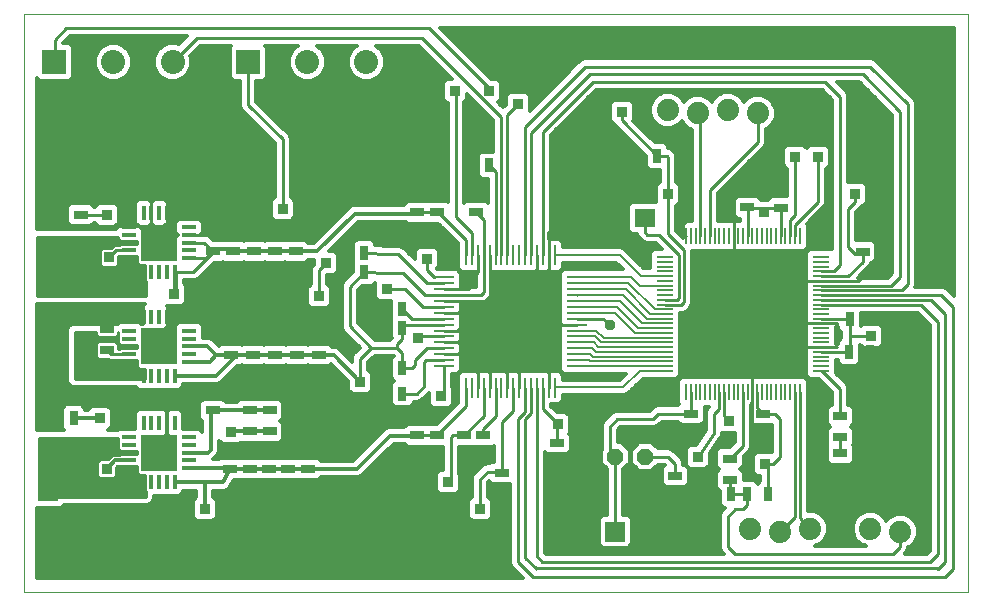
<source format=gtl>
G75*
G70*
%OFA0B0*%
%FSLAX24Y24*%
%IPPOS*%
%LPD*%
%AMOC8*
5,1,8,0,0,1.08239X$1,22.5*
%
%ADD10C,0.0000*%
%ADD11R,0.0110X0.0660*%
%ADD12R,0.0660X0.0110*%
%ADD13R,0.0492X0.0140*%
%ADD14R,0.0140X0.0492*%
%ADD15R,0.1240X0.1240*%
%ADD16R,0.0472X0.0315*%
%ADD17R,0.0650X0.0650*%
%ADD18C,0.0650*%
%ADD19R,0.0315X0.0472*%
%ADD20OC8,0.0520*%
%ADD21R,0.0090X0.0580*%
%ADD22R,0.0580X0.0090*%
%ADD23R,0.0709X0.0630*%
%ADD24C,0.0740*%
%ADD25R,0.0800X0.0800*%
%ADD26C,0.0800*%
%ADD27C,0.0100*%
%ADD28R,0.0360X0.0360*%
%ADD29C,0.0120*%
%ADD30R,0.0780X0.0780*%
%ADD31OC8,0.0360*%
%ADD32C,0.0160*%
%ADD33C,0.0080*%
D10*
X000571Y000160D02*
X032046Y000160D01*
X032046Y019402D01*
X000571Y019402D01*
X000571Y000160D01*
D11*
X015316Y006950D03*
X015516Y006950D03*
X015716Y006950D03*
X015906Y006950D03*
X016106Y006950D03*
X016306Y006950D03*
X016496Y006950D03*
X016696Y006950D03*
X016896Y006950D03*
X017096Y006950D03*
X017286Y006950D03*
X017486Y006950D03*
X017686Y006950D03*
X017876Y006950D03*
X018076Y006950D03*
X018276Y006950D03*
X018276Y011370D03*
X018076Y011370D03*
X017876Y011370D03*
X017686Y011370D03*
X017486Y011370D03*
X017286Y011370D03*
X017096Y011370D03*
X016896Y011370D03*
X016696Y011370D03*
X016496Y011370D03*
X016306Y011370D03*
X016106Y011370D03*
X015906Y011370D03*
X015716Y011370D03*
X015516Y011370D03*
X015316Y011370D03*
D12*
X014586Y010640D03*
X014586Y010440D03*
X014586Y010240D03*
X014586Y010050D03*
X014586Y009850D03*
X014586Y009650D03*
X014586Y009460D03*
X014586Y009260D03*
X014586Y009060D03*
X014586Y008860D03*
X014586Y008670D03*
X014586Y008470D03*
X014586Y008270D03*
X014586Y008080D03*
X014586Y007880D03*
X014586Y007680D03*
X019006Y007680D03*
X019006Y007880D03*
X019006Y008080D03*
X019006Y008270D03*
X019006Y008470D03*
X019006Y008670D03*
X019006Y008860D03*
X019006Y009060D03*
X019006Y009260D03*
X019006Y009460D03*
X019006Y009650D03*
X019006Y009850D03*
X019006Y010050D03*
X019006Y010240D03*
X019006Y010440D03*
X019006Y010640D03*
D13*
X006082Y011284D03*
X006082Y011534D03*
X006082Y011794D03*
X006082Y012054D03*
X006082Y012304D03*
X004100Y012304D03*
X004100Y012054D03*
X004100Y011794D03*
X004100Y011534D03*
X004100Y011284D03*
X004100Y008845D03*
X004100Y008595D03*
X004100Y008335D03*
X004100Y008075D03*
X004100Y007825D03*
X006082Y007825D03*
X006082Y008075D03*
X006082Y008335D03*
X006082Y008595D03*
X006082Y008845D03*
X006082Y005304D03*
X006082Y005054D03*
X006082Y004794D03*
X006082Y004534D03*
X006082Y004284D03*
X004100Y004284D03*
X004100Y004534D03*
X004100Y004794D03*
X004100Y005054D03*
X004100Y005304D03*
D14*
X004581Y005785D03*
X004831Y005785D03*
X005091Y005785D03*
X005351Y005785D03*
X005601Y005785D03*
X005601Y007344D03*
X005351Y007344D03*
X005091Y007344D03*
X004831Y007344D03*
X004581Y007344D03*
X004581Y009326D03*
X004831Y009326D03*
X005091Y009326D03*
X005351Y009326D03*
X005601Y009326D03*
X005601Y010803D03*
X005351Y010803D03*
X005091Y010803D03*
X004831Y010803D03*
X004581Y010803D03*
X004581Y012785D03*
X004831Y012785D03*
X005091Y012785D03*
X005351Y012785D03*
X005601Y012785D03*
X005601Y003803D03*
X005351Y003803D03*
X005091Y003803D03*
X004831Y003803D03*
X004581Y003803D03*
D15*
X005091Y004794D03*
X005091Y008335D03*
X005091Y011794D03*
D16*
X006878Y011503D03*
X007551Y011503D03*
X008252Y011503D03*
X008953Y011503D03*
X009634Y011503D03*
X009634Y012211D03*
X008953Y012211D03*
X008252Y012211D03*
X007551Y012211D03*
X006878Y012211D03*
X002481Y012719D03*
X002481Y013428D03*
X003342Y008920D03*
X003342Y008211D03*
X002490Y007404D03*
X002490Y006696D03*
X006886Y006908D03*
X006886Y006199D03*
X008107Y006207D03*
X008768Y006207D03*
X008768Y005499D03*
X008107Y005499D03*
X008114Y004951D03*
X008756Y004951D03*
X009386Y004951D03*
X010059Y004951D03*
X010059Y004243D03*
X009386Y004243D03*
X008756Y004243D03*
X008114Y004243D03*
X007457Y004243D03*
X007457Y004951D03*
X007472Y008041D03*
X008232Y008041D03*
X008952Y008041D03*
X008952Y008750D03*
X008232Y008750D03*
X007472Y008750D03*
X009692Y008750D03*
X010422Y008750D03*
X010422Y008041D03*
X009692Y008041D03*
X013696Y005364D03*
X014346Y005364D03*
X015246Y005364D03*
X015886Y005364D03*
X015886Y004656D03*
X015246Y004656D03*
X014346Y004656D03*
X013696Y004656D03*
X016516Y004114D03*
X016516Y003406D03*
X018346Y004406D03*
X018346Y005114D03*
X022296Y004014D03*
X022296Y003306D03*
X024116Y003886D03*
X024116Y004594D03*
X025216Y005366D03*
X025216Y006074D03*
X022816Y006094D03*
X022816Y005386D03*
X027796Y005306D03*
X027796Y004764D03*
X027796Y004056D03*
X027796Y006014D03*
X028536Y011486D03*
X028536Y012194D03*
X025806Y012956D03*
X025806Y013664D03*
X024696Y013674D03*
X024696Y012966D03*
X015646Y012806D03*
X015646Y013514D03*
X014346Y013514D03*
X013696Y013514D03*
X013696Y012806D03*
X014346Y012806D03*
D17*
X020296Y002160D03*
D18*
X021296Y002160D03*
D19*
X023441Y003410D03*
X024150Y003410D03*
X024691Y003410D03*
X025400Y003410D03*
X028081Y008150D03*
X028790Y008150D03*
X028810Y009250D03*
X028101Y009250D03*
X021690Y014680D03*
X020981Y014680D03*
X016080Y014370D03*
X015371Y014370D03*
X011922Y011440D03*
X011214Y011440D03*
X011214Y010800D03*
X011922Y010800D03*
X012491Y009563D03*
X013200Y009563D03*
X013200Y008960D03*
X012491Y008960D03*
X012491Y007610D03*
X013200Y007610D03*
X013200Y006760D03*
X012491Y006760D03*
X002236Y005943D03*
X001528Y005943D03*
D20*
X020296Y004660D03*
X020796Y005410D03*
X021296Y004660D03*
D21*
X022656Y006810D03*
X022816Y006810D03*
X022976Y006810D03*
X023126Y006810D03*
X023286Y006810D03*
X023446Y006810D03*
X023606Y006810D03*
X023756Y006810D03*
X023916Y006810D03*
X024076Y006810D03*
X024236Y006810D03*
X024386Y006810D03*
X024546Y006810D03*
X024706Y006810D03*
X024856Y006810D03*
X025016Y006810D03*
X025176Y006810D03*
X025336Y006810D03*
X025486Y006810D03*
X025646Y006810D03*
X025806Y006810D03*
X025966Y006810D03*
X026116Y006810D03*
X026276Y006810D03*
X026436Y006810D03*
X026436Y012010D03*
X026276Y012010D03*
X026116Y012010D03*
X025966Y012010D03*
X025806Y012010D03*
X025646Y012010D03*
X025486Y012010D03*
X025336Y012010D03*
X025176Y012010D03*
X025016Y012010D03*
X024856Y012010D03*
X024706Y012010D03*
X024546Y012010D03*
X024386Y012010D03*
X024236Y012010D03*
X024076Y012010D03*
X023916Y012010D03*
X023756Y012010D03*
X023606Y012010D03*
X023446Y012010D03*
X023286Y012010D03*
X023126Y012010D03*
X022976Y012010D03*
X022816Y012010D03*
X022656Y012010D03*
D22*
X021946Y011300D03*
X021946Y011140D03*
X021946Y010980D03*
X021946Y010830D03*
X021946Y010670D03*
X021946Y010510D03*
X021946Y010350D03*
X021946Y010200D03*
X021946Y010040D03*
X021946Y009880D03*
X021946Y009720D03*
X021946Y009570D03*
X021946Y009410D03*
X021946Y009250D03*
X021946Y009100D03*
X021946Y008940D03*
X021946Y008780D03*
X021946Y008620D03*
X021946Y008470D03*
X021946Y008310D03*
X021946Y008150D03*
X021946Y007990D03*
X021946Y007840D03*
X021946Y007680D03*
X021946Y007520D03*
X027146Y007520D03*
X027146Y007680D03*
X027146Y007840D03*
X027146Y007990D03*
X027146Y008150D03*
X027146Y008310D03*
X027146Y008470D03*
X027146Y008620D03*
X027146Y008780D03*
X027146Y008940D03*
X027146Y009100D03*
X027146Y009250D03*
X027146Y009410D03*
X027146Y009570D03*
X027146Y009720D03*
X027146Y009880D03*
X027146Y010040D03*
X027146Y010200D03*
X027146Y010350D03*
X027146Y010510D03*
X027146Y010670D03*
X027146Y010830D03*
X027146Y010980D03*
X027146Y011140D03*
X027146Y011300D03*
D23*
X021296Y012609D03*
X021296Y013711D03*
X001398Y012794D03*
X001398Y011691D03*
X001382Y003495D03*
X001382Y002392D03*
D24*
X022046Y016210D03*
X023046Y016110D03*
X024046Y016210D03*
X025046Y016110D03*
X024796Y002260D03*
X025796Y002160D03*
X026796Y002260D03*
X027796Y002160D03*
X028796Y002260D03*
X029796Y002160D03*
D25*
X008063Y017814D03*
X001597Y017814D03*
D26*
X003565Y017814D03*
X005534Y017814D03*
X010032Y017814D03*
X012000Y017814D03*
D27*
X013851Y018625D02*
X006345Y018625D01*
X005534Y017814D01*
X008063Y017814D02*
X008063Y016380D01*
X009205Y015239D01*
X009205Y012916D01*
X006878Y012211D02*
X006721Y012054D01*
X006082Y012054D01*
X006082Y011794D02*
X006587Y011794D01*
X006878Y011503D01*
X006953Y011577D01*
X007000Y011577D01*
X006226Y010803D01*
X005601Y010803D01*
X006082Y011284D02*
X006660Y011284D01*
X006878Y011503D01*
X004835Y012247D02*
X004831Y012251D01*
X004831Y012785D01*
X004831Y013306D01*
X004874Y013349D01*
X003339Y012719D02*
X002481Y012719D01*
X003724Y011971D02*
X003724Y011930D01*
X003800Y011854D01*
X004341Y011854D01*
X004341Y011734D01*
X003800Y011734D01*
X003780Y011714D01*
X003575Y011714D01*
X003473Y011612D01*
X003184Y011612D01*
X003108Y011536D01*
X003108Y011068D01*
X003184Y010992D01*
X003651Y010992D01*
X003728Y011068D01*
X003728Y011354D01*
X003780Y011354D01*
X003800Y011334D01*
X004341Y011334D01*
X004341Y011120D01*
X004417Y011044D01*
X004631Y011044D01*
X004631Y010503D01*
X004638Y010496D01*
X004638Y010003D01*
X001021Y010003D01*
X001021Y011971D01*
X003724Y011971D01*
X003772Y011882D02*
X001021Y011882D01*
X001021Y011783D02*
X004341Y011783D01*
X004100Y011534D02*
X003650Y011534D01*
X003418Y011302D01*
X003728Y011291D02*
X004341Y011291D01*
X004341Y011192D02*
X003728Y011192D01*
X003728Y011094D02*
X004367Y011094D01*
X004631Y010995D02*
X003655Y010995D01*
X003180Y010995D02*
X001021Y010995D01*
X001021Y010897D02*
X004631Y010897D01*
X004631Y010798D02*
X001021Y010798D01*
X001021Y010700D02*
X004631Y010700D01*
X004631Y010601D02*
X001021Y010601D01*
X001021Y010503D02*
X004631Y010503D01*
X004638Y010404D02*
X001021Y010404D01*
X001021Y010306D02*
X004638Y010306D01*
X004638Y010207D02*
X001021Y010207D01*
X001021Y010109D02*
X004638Y010109D01*
X004638Y010010D02*
X001021Y010010D01*
X001021Y011094D02*
X003108Y011094D01*
X003108Y011192D02*
X001021Y011192D01*
X001021Y011291D02*
X003108Y011291D01*
X003108Y011389D02*
X001021Y011389D01*
X001021Y011488D02*
X003108Y011488D01*
X003158Y011586D02*
X001021Y011586D01*
X001021Y011685D02*
X003546Y011685D01*
X003457Y009215D02*
X003342Y009100D01*
X003342Y008920D01*
X003708Y008821D02*
X003724Y008821D01*
X003724Y008721D01*
X003725Y008720D01*
X003724Y008719D01*
X003724Y008471D01*
X003800Y008395D01*
X004341Y008395D01*
X004341Y008275D01*
X003800Y008275D01*
X003780Y008255D01*
X003708Y008255D01*
X003708Y008422D01*
X003632Y008498D01*
X003052Y008498D01*
X002975Y008422D01*
X002975Y008000D01*
X003052Y007923D01*
X003375Y007923D01*
X003403Y007895D01*
X003780Y007895D01*
X003800Y007875D01*
X004341Y007875D01*
X004341Y007661D01*
X004417Y007585D01*
X004631Y007585D01*
X004631Y007247D01*
X002276Y007247D01*
X002276Y008821D01*
X002975Y008821D01*
X002975Y008708D01*
X003052Y008632D01*
X003632Y008632D01*
X003708Y008708D01*
X003708Y008821D01*
X003708Y008730D02*
X003724Y008730D01*
X003724Y008631D02*
X002276Y008631D01*
X002276Y008533D02*
X003724Y008533D01*
X003696Y008434D02*
X003761Y008434D01*
X003708Y008336D02*
X004341Y008336D01*
X004100Y008335D02*
X003825Y008335D01*
X003575Y008585D01*
X002591Y008585D01*
X002276Y008270D01*
X002276Y007798D01*
X002276Y007843D02*
X004341Y007843D01*
X004341Y007745D02*
X002276Y007745D01*
X002276Y007646D02*
X004356Y007646D01*
X004631Y007548D02*
X002276Y007548D01*
X002276Y007449D02*
X004631Y007449D01*
X004631Y007351D02*
X002276Y007351D01*
X002276Y007252D02*
X004631Y007252D01*
X006082Y007825D02*
X006162Y007825D01*
X007307Y008085D02*
X007472Y008041D01*
X010425Y010003D02*
X010425Y010869D01*
X010662Y011105D01*
X011449Y010327D02*
X011922Y010800D01*
X012720Y010790D01*
X013206Y010790D01*
X013946Y010050D01*
X014586Y010050D01*
X015826Y010050D01*
X015906Y010130D01*
X015906Y011370D01*
X015906Y012546D01*
X015646Y012806D01*
X014992Y012640D02*
X014992Y016814D01*
X014953Y016853D01*
X016095Y016853D02*
X016095Y016932D01*
X014087Y018940D01*
X002000Y018940D01*
X001607Y018546D01*
X001607Y017823D01*
X001597Y017814D01*
X011922Y011440D02*
X012740Y011410D01*
X013046Y011410D01*
X014016Y010440D01*
X014586Y010440D01*
X014586Y010240D02*
X015096Y010240D01*
X015106Y010250D01*
X015386Y010250D01*
X015546Y010410D01*
X015546Y010630D01*
X015716Y010800D01*
X015716Y011370D01*
X015516Y011370D02*
X015516Y012117D01*
X014992Y012640D01*
X014400Y012806D02*
X014346Y012806D01*
X013696Y012806D01*
X014400Y012806D02*
X015316Y011890D01*
X015316Y011370D01*
X016106Y011370D02*
X016106Y010790D01*
X016126Y010770D01*
X016106Y011370D02*
X016106Y009850D01*
X014586Y009850D01*
X014586Y009650D02*
X013888Y009650D01*
X013299Y010239D01*
X012670Y010239D01*
X013200Y009563D02*
X013503Y009260D01*
X014586Y009260D01*
X014586Y009060D02*
X013300Y009060D01*
X013200Y008960D01*
X013196Y008956D01*
X013196Y008590D01*
X013016Y008410D01*
X013016Y008290D01*
X012166Y008290D01*
X011796Y007920D01*
X011796Y007160D01*
X013200Y006760D02*
X013676Y006760D01*
X013916Y007000D01*
X013916Y007810D01*
X013986Y007880D01*
X014586Y007880D01*
X014586Y007680D02*
X014586Y006800D01*
X014481Y006695D01*
X015316Y006950D02*
X015316Y006334D01*
X014346Y005364D01*
X013696Y005364D01*
X014816Y005310D02*
X014816Y003910D01*
X014706Y003800D01*
X015796Y003910D02*
X016046Y004160D01*
X016470Y004160D01*
X016516Y004114D01*
X016516Y005810D01*
X016896Y006190D01*
X016896Y006950D01*
X017096Y006950D02*
X017096Y007545D01*
X017079Y007562D01*
X016696Y007512D02*
X016685Y007522D01*
X016696Y007512D02*
X016696Y006950D01*
X016306Y006950D02*
X016306Y006010D01*
X015886Y005590D01*
X015886Y005364D01*
X015246Y005364D02*
X014870Y005364D01*
X014816Y005310D01*
X015246Y005364D02*
X015906Y006024D01*
X015906Y006950D01*
X015716Y006950D02*
X015716Y007694D01*
X015740Y007719D01*
X016095Y007719D01*
X016095Y007522D02*
X016106Y007511D01*
X016106Y006950D01*
X017286Y006950D02*
X017286Y006150D01*
X017046Y005910D01*
X017046Y001160D01*
X017546Y000660D01*
X031296Y000660D01*
X031546Y000910D01*
X031546Y009660D01*
X031166Y010040D01*
X027146Y010040D01*
X027146Y009880D02*
X030826Y009880D01*
X031296Y009410D01*
X031296Y001160D01*
X031046Y000910D01*
X031014Y000942D01*
X017634Y000942D01*
X017666Y000910D01*
X017634Y000942D02*
X017296Y001280D01*
X017296Y005910D01*
X017486Y006100D01*
X017486Y006950D01*
X017686Y006950D02*
X017686Y001330D01*
X017866Y001150D01*
X030786Y001150D01*
X031046Y001410D01*
X031046Y009160D01*
X030486Y009720D01*
X027146Y009720D01*
X027146Y009250D02*
X028101Y009250D01*
X028101Y008684D01*
X028109Y008691D01*
X028823Y008691D01*
X028101Y008684D02*
X028101Y008170D01*
X028081Y008150D01*
X028046Y008114D01*
X028081Y008150D02*
X027146Y008150D01*
X027146Y008310D02*
X027666Y008310D01*
X027666Y008790D01*
X027676Y008800D01*
X027676Y009070D01*
X027656Y009090D01*
X027676Y009100D02*
X027686Y009090D01*
X027676Y009100D02*
X027146Y009100D01*
X026606Y009100D01*
X026546Y009160D01*
X026546Y009410D01*
X026546Y009160D02*
X026546Y008400D01*
X026636Y008310D01*
X027146Y008310D01*
X027666Y008310D02*
X027676Y008300D01*
X027186Y007520D02*
X027796Y006910D01*
X027796Y006014D01*
X027796Y005306D02*
X027796Y004764D01*
X025796Y004660D02*
X025546Y004410D01*
X025296Y004410D01*
X025400Y004306D01*
X025400Y003410D01*
X024691Y003410D02*
X024691Y003056D01*
X024546Y002910D01*
X024296Y002910D01*
X024046Y002660D01*
X024046Y001660D01*
X024296Y001410D01*
X029546Y001410D01*
X029796Y001660D01*
X029796Y002160D01*
X026796Y002260D02*
X026436Y002620D01*
X026436Y006810D01*
X026276Y006810D02*
X026276Y002640D01*
X025796Y002160D01*
X024691Y003410D02*
X024150Y003410D01*
X024116Y003444D01*
X024116Y003886D01*
X024116Y004594D02*
X024546Y005024D01*
X024546Y006810D01*
X024856Y006810D02*
X024856Y006470D01*
X024796Y006410D01*
X024796Y005660D01*
X024796Y004910D01*
X024796Y005660D02*
X024856Y005720D01*
X024856Y006810D01*
X024856Y007360D01*
X024876Y007380D01*
X025016Y006810D02*
X025016Y006274D01*
X025216Y006074D01*
X025631Y006074D01*
X025796Y005910D01*
X025796Y004660D01*
X024086Y005830D02*
X023916Y006000D01*
X023916Y006810D01*
X023756Y006810D02*
X023756Y006250D01*
X023586Y006080D01*
X023586Y005450D01*
X023046Y004660D01*
X022296Y004410D02*
X022046Y004660D01*
X021296Y004660D01*
X022296Y004410D02*
X022296Y004014D01*
X022296Y003306D02*
X022296Y002160D01*
X020296Y002160D02*
X020296Y004660D01*
X020106Y004850D01*
X020106Y005660D01*
X020356Y005910D01*
X021546Y005910D01*
X021730Y006094D01*
X022816Y006094D01*
X022816Y006810D01*
X020106Y009040D02*
X019886Y009260D01*
X019006Y009260D01*
X019006Y009060D02*
X018446Y009060D01*
X019016Y010040D02*
X019006Y010050D01*
X017796Y010660D02*
X017686Y010770D01*
X017686Y010850D01*
X017706Y010830D01*
X017686Y010850D02*
X017686Y011370D01*
X017876Y011370D02*
X017876Y015490D01*
X019546Y017160D01*
X027296Y017160D01*
X027796Y016660D01*
X027796Y011050D01*
X027576Y010830D01*
X027146Y010830D01*
X027146Y010670D02*
X028056Y010670D01*
X028546Y011160D01*
X028546Y011476D01*
X028536Y011486D01*
X028460Y011410D01*
X028296Y011410D01*
X028046Y011660D01*
X028046Y012910D01*
X028296Y013160D01*
X028296Y013410D01*
X027046Y013160D02*
X027046Y014660D01*
X026296Y014660D02*
X026296Y012720D01*
X026116Y012540D01*
X026116Y012010D01*
X026276Y012010D02*
X026276Y012390D01*
X027046Y013160D01*
X025806Y012956D02*
X025296Y012956D01*
X025256Y012916D01*
X025256Y012810D01*
X025296Y012956D02*
X024706Y012956D01*
X024696Y012966D01*
X024706Y012956D02*
X024706Y012010D01*
X024236Y012010D02*
X024236Y011470D01*
X024236Y012010D02*
X024236Y012520D01*
X024216Y012540D01*
X023446Y012010D02*
X023446Y013560D01*
X025046Y015160D01*
X025046Y016110D01*
X023126Y016030D02*
X023046Y016110D01*
X023126Y016030D02*
X023126Y012010D01*
X022656Y012010D02*
X022556Y012010D01*
X022556Y012000D01*
X022546Y011990D01*
X022596Y011530D02*
X022046Y012080D01*
X022046Y013410D01*
X022046Y014660D01*
X022026Y014680D01*
X021690Y014680D01*
X020504Y015866D01*
X020504Y016144D01*
X019466Y017420D02*
X028536Y017420D01*
X029796Y016160D01*
X029796Y010660D01*
X029486Y010350D01*
X027146Y010350D01*
X027146Y010200D02*
X029836Y010200D01*
X030046Y010410D01*
X030046Y016410D01*
X028796Y017660D01*
X019296Y017660D01*
X017286Y015650D01*
X017286Y011370D01*
X017486Y011370D02*
X017486Y015440D01*
X019466Y017420D01*
X017046Y016410D02*
X016696Y016060D01*
X016696Y011370D01*
X016496Y011370D02*
X016496Y015980D01*
X013851Y018625D01*
X016080Y014370D02*
X016306Y014144D01*
X016306Y011370D01*
X018046Y011910D02*
X018046Y012160D01*
X018046Y011910D02*
X018076Y011880D01*
X018076Y011370D01*
X018076Y010850D01*
X018066Y010840D01*
X016296Y009660D02*
X016106Y009850D01*
X015150Y009412D02*
X015102Y009460D01*
X014586Y009460D01*
X014586Y008860D02*
X015111Y008860D01*
X015150Y008821D01*
X015229Y008506D02*
X015192Y008470D01*
X014586Y008470D01*
X014586Y008270D02*
X014016Y008270D01*
X013626Y007880D01*
X013626Y007710D01*
X013526Y007610D01*
X013200Y007610D01*
X013200Y008106D01*
X013016Y008290D01*
X013733Y008625D02*
X013778Y008670D01*
X014586Y008670D01*
X014586Y008080D02*
X015106Y008080D01*
X012166Y008290D02*
X011449Y009006D01*
X011449Y010327D01*
X014008Y010869D02*
X014008Y011262D01*
X014008Y010869D02*
X014237Y010640D01*
X014286Y010640D01*
X018066Y007490D02*
X018076Y007480D01*
X018076Y006950D01*
X017876Y006950D02*
X017876Y006230D01*
X018376Y005730D01*
X018346Y005700D01*
X018346Y005114D01*
X015796Y003910D02*
X015796Y002910D01*
X004638Y003310D02*
X001095Y003310D01*
X001095Y005278D01*
X003724Y005278D01*
X003724Y005180D01*
X003725Y005179D01*
X003724Y005178D01*
X003724Y004930D01*
X003800Y004854D01*
X004341Y004854D01*
X004341Y004734D01*
X003800Y004734D01*
X003790Y004724D01*
X003539Y004724D01*
X003380Y004564D01*
X003105Y004564D01*
X003029Y004488D01*
X003029Y004021D01*
X003105Y003944D01*
X003573Y003944D01*
X003649Y004021D01*
X003649Y004296D01*
X003697Y004344D01*
X003790Y004344D01*
X003800Y004334D01*
X004341Y004334D01*
X004341Y004120D01*
X004417Y004044D01*
X004631Y004044D01*
X004631Y003503D01*
X004638Y003496D01*
X004638Y003310D01*
X004638Y003312D02*
X001095Y003312D01*
X001095Y003411D02*
X004638Y003411D01*
X004631Y003509D02*
X001095Y003509D01*
X001095Y003608D02*
X004631Y003608D01*
X004631Y003706D02*
X001095Y003706D01*
X001095Y003805D02*
X004631Y003805D01*
X004631Y003903D02*
X001095Y003903D01*
X001095Y004002D02*
X003048Y004002D01*
X003029Y004100D02*
X001095Y004100D01*
X001095Y004199D02*
X003029Y004199D01*
X003029Y004297D02*
X001095Y004297D01*
X001095Y004396D02*
X003029Y004396D01*
X003034Y004494D02*
X001095Y004494D01*
X001095Y004593D02*
X003408Y004593D01*
X003507Y004691D02*
X001095Y004691D01*
X001095Y004790D02*
X004341Y004790D01*
X003766Y004888D02*
X001095Y004888D01*
X001095Y004987D02*
X003724Y004987D01*
X003724Y005085D02*
X001095Y005085D01*
X001095Y005184D02*
X003724Y005184D01*
X003650Y004297D02*
X004341Y004297D01*
X004341Y004199D02*
X003649Y004199D01*
X003649Y004100D02*
X004361Y004100D01*
X004631Y004002D02*
X003630Y004002D01*
X003033Y007942D02*
X002276Y007942D01*
X002276Y008040D02*
X002975Y008040D01*
X002975Y008139D02*
X002276Y008139D01*
X002276Y008237D02*
X002975Y008237D01*
X002975Y008336D02*
X002276Y008336D01*
X002276Y008434D02*
X002987Y008434D01*
X002975Y008730D02*
X002276Y008730D01*
X003342Y008211D02*
X003477Y008075D01*
X004100Y008075D01*
X004100Y008335D02*
X003922Y008335D01*
X021296Y012130D02*
X021296Y012609D01*
X021296Y012130D02*
X021366Y012060D01*
X021746Y012060D01*
X022416Y011390D01*
X022416Y009930D01*
X022366Y009880D01*
X021946Y009880D01*
X021946Y009720D02*
X022496Y009720D01*
X022596Y009820D01*
X022596Y011530D01*
X025806Y012010D02*
X025806Y012956D01*
X028396Y010510D02*
X028546Y010660D01*
X028396Y010510D02*
X027146Y010510D01*
X026646Y010510D01*
X026546Y010410D01*
X026546Y010160D01*
X027146Y007520D02*
X027186Y007520D01*
D28*
X026882Y006380D03*
X026882Y005199D03*
X025296Y004410D03*
X027276Y003231D03*
X029274Y003731D03*
X030032Y005593D03*
X029244Y007562D03*
X028823Y008691D03*
X025268Y008664D03*
X025268Y007877D03*
X025268Y009845D03*
X025268Y011026D03*
X027276Y012286D03*
X028296Y013410D03*
X028457Y014648D03*
X027046Y014660D03*
X026296Y014660D03*
X026488Y016223D03*
X028457Y016223D03*
X031410Y015947D03*
X031398Y012394D03*
X025256Y012810D03*
X022046Y013410D03*
X020977Y011617D03*
X019008Y012286D03*
X017813Y010400D03*
X016632Y010400D03*
X015372Y010558D03*
X014008Y011262D03*
X014664Y011699D03*
X012670Y010239D03*
X011986Y010085D03*
X010425Y010003D03*
X009047Y009451D03*
X008260Y009451D03*
X007473Y009451D03*
X005583Y010081D03*
X003418Y011302D03*
X005075Y011796D03*
X003339Y012719D03*
X003142Y014215D03*
X004717Y014215D03*
X004717Y015396D03*
X003142Y015396D03*
X006685Y015396D03*
X006685Y014215D03*
X009205Y012916D03*
X009835Y013821D03*
X011410Y014609D03*
X012197Y014609D03*
X012197Y016184D03*
X011410Y016184D03*
X009441Y016184D03*
X013378Y017365D03*
X014953Y016853D03*
X014166Y016105D03*
X015740Y015357D03*
X017046Y016410D03*
X016095Y016853D03*
X017040Y017798D03*
X018614Y018585D03*
X020504Y016144D03*
X015490Y013825D03*
X012197Y012207D03*
X010662Y011105D03*
X013733Y008625D03*
X015821Y008247D03*
X016609Y008247D03*
X017790Y008247D03*
X019362Y006302D03*
X018376Y005730D03*
X021331Y006695D03*
X024086Y005830D03*
X023046Y004660D03*
X022296Y002160D03*
X018496Y003703D03*
X015796Y002910D03*
X014706Y003800D03*
X013063Y004727D03*
X012276Y003546D03*
X013866Y002660D03*
X009638Y000751D03*
X008851Y000751D03*
X008063Y000751D03*
X007276Y000751D03*
X006488Y000751D03*
X005701Y000751D03*
X004914Y000751D03*
X004126Y000751D03*
X003339Y000751D03*
X002551Y000751D03*
X001764Y000751D03*
X001213Y001341D03*
X003339Y004254D03*
X005075Y004788D03*
X003103Y005947D03*
X001173Y006341D03*
X001173Y007129D03*
X001173Y007916D03*
X001173Y008703D03*
X001173Y009491D03*
X002512Y008113D03*
X005154Y008331D03*
X007473Y005475D03*
X009835Y005908D03*
X011016Y005908D03*
X011016Y007089D03*
X011796Y007160D03*
X009835Y007089D03*
X013733Y006105D03*
X014481Y006695D03*
X006607Y002916D03*
D29*
X006607Y003803D01*
X007214Y003803D01*
X007457Y004243D01*
X008114Y004243D01*
X008756Y004243D01*
X009386Y004243D01*
X010059Y004243D01*
X011673Y004243D01*
X012788Y005357D01*
X013688Y005357D01*
X013696Y005364D01*
X013368Y005742D02*
X013263Y005637D01*
X012732Y005637D01*
X012629Y005594D01*
X012550Y005515D01*
X011557Y004523D01*
X010484Y004523D01*
X010387Y004620D01*
X009732Y004620D01*
X009723Y004611D01*
X009713Y004620D01*
X007787Y004620D01*
X007786Y004619D01*
X007784Y004620D01*
X007130Y004620D01*
X007073Y004564D01*
X006879Y004564D01*
X006962Y004647D01*
X007041Y004726D01*
X007083Y004829D01*
X007083Y005193D01*
X007202Y005075D01*
X007744Y005075D01*
X007790Y005121D01*
X008434Y005121D01*
X008437Y005124D01*
X008441Y005121D01*
X009095Y005121D01*
X009224Y005250D01*
X009224Y005747D01*
X009118Y005853D01*
X009224Y005959D01*
X009224Y006456D01*
X009095Y006585D01*
X008441Y006585D01*
X008437Y006581D01*
X008434Y006585D01*
X007779Y006585D01*
X007674Y006479D01*
X007311Y006479D01*
X007213Y006577D01*
X006559Y006577D01*
X006430Y006448D01*
X006430Y005951D01*
X006523Y005857D01*
X006523Y005490D01*
X006419Y005594D01*
X005891Y005594D01*
X005891Y006122D01*
X005762Y006251D01*
X005440Y006251D01*
X005346Y006157D01*
X005252Y006251D01*
X004420Y006251D01*
X004291Y006122D01*
X004291Y005594D01*
X003762Y005594D01*
X003717Y005548D01*
X003374Y005548D01*
X003503Y005676D01*
X003503Y006219D01*
X003374Y006347D01*
X002831Y006347D01*
X002711Y006227D01*
X002614Y006227D01*
X002614Y006271D01*
X002485Y006400D01*
X001988Y006400D01*
X001859Y006271D01*
X001859Y005616D01*
X001927Y005548D01*
X001041Y005548D01*
X001031Y005544D01*
X001031Y009733D01*
X004610Y009733D01*
X004541Y009664D01*
X004541Y009091D01*
X004481Y009091D01*
X004437Y009135D01*
X003762Y009135D01*
X003719Y009091D01*
X002222Y009091D01*
X002123Y009050D01*
X002047Y008974D01*
X002006Y008875D01*
X002006Y007193D01*
X002047Y007094D01*
X002123Y007018D01*
X002222Y006977D01*
X004321Y006977D01*
X004420Y006878D01*
X005762Y006878D01*
X005891Y007007D01*
X005891Y007064D01*
X007028Y007064D01*
X007131Y007107D01*
X007688Y007663D01*
X007799Y007663D01*
X007852Y007716D01*
X007904Y007663D01*
X008559Y007663D01*
X008592Y007696D01*
X008624Y007663D01*
X009279Y007663D01*
X009322Y007706D01*
X009364Y007663D01*
X010019Y007663D01*
X010057Y007701D01*
X010094Y007663D01*
X010749Y007663D01*
X010823Y007737D01*
X011396Y007164D01*
X011396Y006889D01*
X011524Y006760D01*
X012067Y006760D01*
X012196Y006889D01*
X012196Y007431D01*
X012067Y007560D01*
X012066Y007560D01*
X012066Y007808D01*
X012277Y008020D01*
X012904Y008020D01*
X012904Y008019D01*
X012822Y007937D01*
X012822Y007283D01*
X012920Y007185D01*
X012822Y007087D01*
X012822Y006433D01*
X012951Y006304D01*
X013448Y006304D01*
X013577Y006433D01*
X013577Y006490D01*
X013729Y006490D01*
X013828Y006531D01*
X013904Y006607D01*
X014081Y006783D01*
X014081Y006424D01*
X014209Y006295D01*
X014752Y006295D01*
X014881Y006424D01*
X014881Y006967D01*
X014856Y006992D01*
X014856Y007405D01*
X015007Y007405D01*
X015136Y007534D01*
X015136Y008026D01*
X015087Y008075D01*
X015136Y008124D01*
X015136Y008416D01*
X015082Y008470D01*
X015136Y008524D01*
X015136Y008816D01*
X015087Y008865D01*
X015136Y008914D01*
X015136Y009406D01*
X015087Y009455D01*
X015136Y009504D01*
X015136Y009780D01*
X015879Y009780D01*
X015978Y009821D01*
X016058Y009901D01*
X016134Y009977D01*
X016176Y010076D01*
X016176Y010820D01*
X017632Y010820D01*
X017681Y010869D01*
X017729Y010820D01*
X018022Y010820D01*
X018076Y010874D01*
X018129Y010820D01*
X018422Y010820D01*
X018551Y010949D01*
X018551Y011109D01*
X020330Y011109D01*
X020538Y010900D01*
X019441Y010900D01*
X019427Y010915D01*
X018584Y010915D01*
X018456Y010786D01*
X018456Y009114D01*
X018509Y009060D01*
X018456Y009006D01*
X018456Y007534D01*
X018584Y007405D01*
X019427Y007405D01*
X019442Y007420D01*
X020637Y007420D01*
X020440Y007223D01*
X018551Y007223D01*
X018551Y007371D01*
X018422Y007500D01*
X018129Y007500D01*
X018076Y007446D01*
X018022Y007500D01*
X017139Y007500D01*
X017091Y007451D01*
X017042Y007500D01*
X016749Y007500D01*
X016696Y007446D01*
X016642Y007500D01*
X016159Y007500D01*
X016106Y007446D01*
X016052Y007500D01*
X015759Y007500D01*
X015711Y007451D01*
X015662Y007500D01*
X015169Y007500D01*
X015041Y007371D01*
X015041Y006529D01*
X015046Y006524D01*
X015046Y006446D01*
X014341Y005742D01*
X013368Y005742D01*
X013356Y005730D02*
X009224Y005730D01*
X009224Y005611D02*
X012670Y005611D01*
X012527Y005493D02*
X009224Y005493D01*
X009224Y005374D02*
X012409Y005374D01*
X012290Y005256D02*
X009224Y005256D01*
X009111Y005137D02*
X012172Y005137D01*
X012053Y005019D02*
X007083Y005019D01*
X007083Y005137D02*
X007139Y005137D01*
X007473Y005475D02*
X007496Y005499D01*
X008107Y005499D01*
X008768Y005499D01*
X009123Y005848D02*
X014447Y005848D01*
X014566Y005967D02*
X009224Y005967D01*
X009224Y006085D02*
X014684Y006085D01*
X014803Y006204D02*
X009224Y006204D01*
X009224Y006322D02*
X012933Y006322D01*
X012822Y006441D02*
X009224Y006441D01*
X009121Y006559D02*
X012822Y006559D01*
X012822Y006678D02*
X001031Y006678D01*
X001031Y006796D02*
X011488Y006796D01*
X011396Y006915D02*
X005798Y006915D01*
X005891Y007033D02*
X011396Y007033D01*
X011396Y007152D02*
X007176Y007152D01*
X007295Y007270D02*
X011290Y007270D01*
X011171Y007389D02*
X007413Y007389D01*
X007532Y007507D02*
X011053Y007507D01*
X010934Y007626D02*
X007650Y007626D01*
X007670Y008041D02*
X006973Y007344D01*
X005601Y007344D01*
X005616Y007810D02*
X004908Y007810D01*
X004908Y008860D01*
X005252Y008860D01*
X005381Y008989D01*
X005381Y009664D01*
X005363Y009681D01*
X005854Y009681D01*
X005983Y009810D01*
X005983Y010352D01*
X005901Y010435D01*
X005901Y010533D01*
X006279Y010533D01*
X006379Y010574D01*
X006930Y011125D01*
X007206Y011125D01*
X007215Y011134D01*
X007224Y011125D01*
X007879Y011125D01*
X007902Y011148D01*
X007925Y011125D01*
X008580Y011125D01*
X008603Y011148D01*
X008626Y011125D01*
X009280Y011125D01*
X009294Y011138D01*
X009307Y011125D01*
X009961Y011125D01*
X010059Y011223D01*
X010262Y011223D01*
X010262Y011087D01*
X010197Y011022D01*
X010155Y010922D01*
X010155Y010403D01*
X010154Y010403D01*
X010025Y010274D01*
X010025Y009731D01*
X010154Y009603D01*
X010697Y009603D01*
X010825Y009731D01*
X010825Y010274D01*
X010697Y010403D01*
X010695Y010403D01*
X010695Y010705D01*
X010933Y010705D01*
X011062Y010834D01*
X011062Y011376D01*
X010933Y011505D01*
X010749Y011505D01*
X011723Y012478D01*
X013318Y012478D01*
X013368Y012428D01*
X014395Y012428D01*
X015041Y011783D01*
X015041Y010949D01*
X015169Y010820D01*
X015636Y010820D01*
X015636Y010320D01*
X015136Y010320D01*
X015136Y010786D01*
X015007Y010915D01*
X014344Y010915D01*
X014338Y010921D01*
X014408Y010991D01*
X014408Y011533D01*
X014279Y011662D01*
X013737Y011662D01*
X013608Y011533D01*
X013608Y011229D01*
X013274Y011563D01*
X013198Y011639D01*
X013099Y011680D01*
X012745Y011680D01*
X012300Y011696D01*
X012300Y011767D01*
X012171Y011896D01*
X011674Y011896D01*
X011545Y011767D01*
X011545Y010804D01*
X011220Y010480D01*
X011179Y010380D01*
X011179Y008953D01*
X011220Y008854D01*
X011784Y008290D01*
X011567Y008073D01*
X011526Y007974D01*
X011526Y007826D01*
X011073Y008278D01*
X010970Y008321D01*
X010846Y008321D01*
X010749Y008418D01*
X010094Y008418D01*
X010057Y008381D01*
X010019Y008418D01*
X009364Y008418D01*
X009322Y008376D01*
X009279Y008418D01*
X008624Y008418D01*
X008592Y008386D01*
X008559Y008418D01*
X007904Y008418D01*
X007852Y008366D01*
X007799Y008418D01*
X007144Y008418D01*
X007078Y008352D01*
X006858Y008573D01*
X006755Y008615D01*
X006548Y008615D01*
X006548Y009006D01*
X006419Y009135D01*
X005745Y009135D01*
X005616Y009006D01*
X005616Y007810D01*
X005616Y007863D02*
X004908Y007863D01*
X004908Y007981D02*
X005616Y007981D01*
X005616Y008100D02*
X004908Y008100D01*
X004908Y008218D02*
X005616Y008218D01*
X005616Y008337D02*
X004908Y008337D01*
X004908Y008455D02*
X005616Y008455D01*
X005616Y008574D02*
X004908Y008574D01*
X004908Y008692D02*
X005616Y008692D01*
X005616Y008811D02*
X004908Y008811D01*
X005321Y008929D02*
X005616Y008929D01*
X005657Y009048D02*
X005381Y009048D01*
X005381Y009166D02*
X011179Y009166D01*
X011179Y009048D02*
X006507Y009048D01*
X006548Y008929D02*
X011189Y008929D01*
X011263Y008811D02*
X006548Y008811D01*
X006548Y008692D02*
X011382Y008692D01*
X011500Y008574D02*
X006855Y008574D01*
X006975Y008455D02*
X011619Y008455D01*
X011737Y008337D02*
X010831Y008337D01*
X010915Y008041D02*
X010422Y008041D01*
X009692Y008041D01*
X008952Y008041D01*
X008232Y008041D01*
X007670Y008041D01*
X007472Y008041D01*
X007465Y008034D01*
X007000Y008034D01*
X006791Y007825D01*
X006082Y007825D01*
X006082Y008335D02*
X006699Y008335D01*
X007000Y008034D01*
X007231Y006559D02*
X007753Y006559D01*
X007705Y006199D02*
X008107Y006207D01*
X008768Y006207D01*
X007705Y006199D02*
X006886Y006199D01*
X006803Y006117D01*
X006803Y004884D01*
X006713Y004794D01*
X006082Y004794D01*
X005616Y004782D02*
X004908Y004782D01*
X004908Y004900D02*
X005616Y004900D01*
X005616Y005019D02*
X004908Y005019D01*
X004908Y005137D02*
X005616Y005137D01*
X005616Y005256D02*
X004908Y005256D01*
X004908Y005319D02*
X005252Y005319D01*
X005346Y005413D01*
X005440Y005319D01*
X005616Y005319D01*
X005616Y004269D01*
X005190Y004269D01*
X004930Y004269D01*
X004908Y004269D01*
X004908Y005319D01*
X005307Y005374D02*
X005385Y005374D01*
X005351Y005353D02*
X005425Y005278D01*
X005351Y005353D02*
X005351Y005785D01*
X005351Y006385D01*
X005425Y006459D01*
X005392Y006204D02*
X005300Y006204D01*
X005810Y006204D02*
X006430Y006204D01*
X006430Y006322D02*
X003399Y006322D01*
X003503Y006204D02*
X004372Y006204D01*
X004291Y006085D02*
X003503Y006085D01*
X003503Y005967D02*
X004291Y005967D01*
X004291Y005848D02*
X003503Y005848D01*
X003503Y005730D02*
X004291Y005730D01*
X004291Y005611D02*
X003437Y005611D01*
X003103Y005947D02*
X002240Y005947D01*
X002236Y005943D01*
X001859Y005967D02*
X001031Y005967D01*
X001031Y006085D02*
X001859Y006085D01*
X001859Y006204D02*
X001031Y006204D01*
X001031Y006322D02*
X001910Y006322D01*
X002563Y006322D02*
X002806Y006322D01*
X002108Y007033D02*
X001031Y007033D01*
X001031Y006915D02*
X004383Y006915D01*
X005891Y006085D02*
X006430Y006085D01*
X006430Y005967D02*
X005891Y005967D01*
X005891Y005848D02*
X006523Y005848D01*
X006523Y005730D02*
X005891Y005730D01*
X005891Y005611D02*
X006523Y005611D01*
X006521Y005493D02*
X006523Y005493D01*
X007083Y004900D02*
X011935Y004900D01*
X011816Y004782D02*
X007064Y004782D01*
X006978Y004663D02*
X011698Y004663D01*
X011579Y004545D02*
X010462Y004545D01*
X010484Y003963D02*
X011729Y003963D01*
X011832Y004005D01*
X012904Y005077D01*
X013278Y005077D01*
X013368Y004987D01*
X014546Y004987D01*
X014546Y004200D01*
X014434Y004200D01*
X014306Y004071D01*
X014306Y003529D01*
X014434Y003400D01*
X014977Y003400D01*
X015106Y003529D01*
X015106Y004071D01*
X015086Y004091D01*
X015086Y004987D01*
X016213Y004987D01*
X016246Y005020D01*
X016246Y004492D01*
X016188Y004492D01*
X016126Y004430D01*
X015992Y004430D01*
X015893Y004389D01*
X015817Y004313D01*
X015567Y004063D01*
X015526Y003964D01*
X015526Y003310D01*
X015524Y003310D01*
X015396Y003181D01*
X015396Y002639D01*
X015524Y002510D01*
X016067Y002510D01*
X016196Y002639D01*
X016196Y003181D01*
X016067Y003310D01*
X016066Y003310D01*
X016066Y003798D01*
X016096Y003829D01*
X016188Y003737D01*
X016776Y003737D01*
X016776Y001106D01*
X016817Y001007D01*
X016893Y000931D01*
X017204Y000620D01*
X001031Y000620D01*
X001031Y002960D01*
X001828Y002960D01*
X001908Y003040D01*
X004692Y003040D01*
X004791Y003081D01*
X004867Y003157D01*
X004908Y003256D01*
X004908Y003337D01*
X004930Y003337D01*
X005762Y003337D01*
X005891Y003465D01*
X005891Y003523D01*
X006327Y003523D01*
X006327Y003307D01*
X006207Y003187D01*
X006207Y002645D01*
X006335Y002516D01*
X006878Y002516D01*
X007007Y002645D01*
X007007Y003187D01*
X006887Y003307D01*
X006887Y003523D01*
X007198Y003523D01*
X007238Y003518D01*
X007253Y003523D01*
X007269Y003523D01*
X007306Y003538D01*
X007345Y003549D01*
X007357Y003559D01*
X007372Y003565D01*
X007401Y003594D01*
X007432Y003619D01*
X007440Y003633D01*
X007451Y003644D01*
X007466Y003681D01*
X007568Y003865D01*
X007784Y003865D01*
X007786Y003867D01*
X007787Y003865D01*
X009713Y003865D01*
X009723Y003874D01*
X009732Y003865D01*
X010387Y003865D01*
X010484Y003963D01*
X010473Y003952D02*
X014306Y003952D01*
X014306Y003834D02*
X007551Y003834D01*
X007485Y003715D02*
X014306Y003715D01*
X014306Y003597D02*
X007404Y003597D01*
X006887Y003478D02*
X014356Y003478D01*
X015055Y003478D02*
X015526Y003478D01*
X015526Y003360D02*
X006887Y003360D01*
X006953Y003241D02*
X015455Y003241D01*
X015396Y003123D02*
X007007Y003123D01*
X007007Y003004D02*
X015396Y003004D01*
X015396Y002886D02*
X007007Y002886D01*
X007007Y002767D02*
X015396Y002767D01*
X015396Y002649D02*
X007007Y002649D01*
X006892Y002530D02*
X015504Y002530D01*
X016087Y002530D02*
X016776Y002530D01*
X016776Y002412D02*
X001031Y002412D01*
X001031Y002530D02*
X006321Y002530D01*
X006207Y002649D02*
X001031Y002649D01*
X001031Y002767D02*
X006207Y002767D01*
X006207Y002886D02*
X001031Y002886D01*
X001872Y003004D02*
X006207Y003004D01*
X006207Y003123D02*
X004833Y003123D01*
X004902Y003241D02*
X006261Y003241D01*
X006327Y003360D02*
X005785Y003360D01*
X005891Y003478D02*
X006327Y003478D01*
X006607Y003803D02*
X005601Y003803D01*
X005616Y004308D02*
X004908Y004308D01*
X004908Y004426D02*
X005616Y004426D01*
X005616Y004545D02*
X004908Y004545D01*
X004908Y004663D02*
X005616Y004663D01*
X006082Y004284D02*
X007219Y004284D01*
X007457Y004243D01*
X006430Y006441D02*
X001031Y006441D01*
X001031Y006559D02*
X006541Y006559D01*
X004100Y004534D02*
X003618Y004534D01*
X003339Y004254D01*
X001864Y005611D02*
X001031Y005611D01*
X001031Y005730D02*
X001859Y005730D01*
X001859Y005848D02*
X001031Y005848D01*
X001031Y007152D02*
X002023Y007152D01*
X002006Y007270D02*
X001031Y007270D01*
X001031Y007389D02*
X002006Y007389D01*
X002006Y007507D02*
X001031Y007507D01*
X001031Y007626D02*
X002006Y007626D01*
X002006Y007744D02*
X001031Y007744D01*
X001031Y007863D02*
X002006Y007863D01*
X002006Y007981D02*
X001031Y007981D01*
X001031Y008100D02*
X002006Y008100D01*
X002006Y008218D02*
X001031Y008218D01*
X001031Y008337D02*
X002006Y008337D01*
X002006Y008455D02*
X001031Y008455D01*
X001031Y008574D02*
X002006Y008574D01*
X002006Y008692D02*
X001031Y008692D01*
X001031Y008811D02*
X002006Y008811D01*
X002028Y008929D02*
X001031Y008929D01*
X001031Y009048D02*
X002120Y009048D01*
X001031Y009166D02*
X004541Y009166D01*
X004541Y009285D02*
X001031Y009285D01*
X001031Y009403D02*
X004541Y009403D01*
X004541Y009522D02*
X001031Y009522D01*
X001031Y009640D02*
X004541Y009640D01*
X005381Y009640D02*
X010117Y009640D01*
X010025Y009759D02*
X005931Y009759D01*
X005983Y009877D02*
X010025Y009877D01*
X010025Y009996D02*
X005983Y009996D01*
X005983Y010114D02*
X010025Y010114D01*
X010025Y010233D02*
X005983Y010233D01*
X005983Y010351D02*
X010103Y010351D01*
X010155Y010470D02*
X005901Y010470D01*
X006393Y010588D02*
X010155Y010588D01*
X010155Y010707D02*
X006511Y010707D01*
X006630Y010825D02*
X010155Y010825D01*
X010164Y010944D02*
X006748Y010944D01*
X006867Y011062D02*
X010237Y011062D01*
X010262Y011181D02*
X010017Y011181D01*
X010351Y011503D02*
X011607Y012758D01*
X013648Y012758D01*
X013696Y012806D01*
X013368Y013183D02*
X013239Y013054D01*
X013239Y013038D01*
X011551Y013038D01*
X011448Y012996D01*
X011369Y012917D01*
X010235Y011783D01*
X010059Y011783D01*
X009961Y011880D01*
X009307Y011880D01*
X009294Y011867D01*
X009280Y011880D01*
X008626Y011880D01*
X008603Y011857D01*
X008580Y011880D01*
X007925Y011880D01*
X007902Y011857D01*
X007879Y011880D01*
X007224Y011880D01*
X007215Y011871D01*
X007206Y011880D01*
X006883Y011880D01*
X006740Y012023D01*
X006641Y012064D01*
X006469Y012064D01*
X006548Y012143D01*
X006548Y012465D01*
X006419Y012594D01*
X005745Y012594D01*
X005616Y012465D01*
X005616Y012143D01*
X005710Y012049D01*
X005616Y011955D01*
X005616Y011269D01*
X004908Y011269D01*
X004908Y012025D01*
X004867Y012124D01*
X004791Y012200D01*
X004692Y012241D01*
X004540Y012241D01*
X004462Y012319D01*
X004742Y012319D01*
X004836Y012413D01*
X004930Y012319D01*
X005252Y012319D01*
X005381Y012448D01*
X005381Y013122D01*
X005252Y013251D01*
X004930Y013251D01*
X004836Y013157D01*
X004742Y013251D01*
X004420Y013251D01*
X004291Y013122D01*
X004291Y012448D01*
X004395Y012344D01*
X003762Y012344D01*
X003660Y012241D01*
X001031Y012241D01*
X001031Y017268D01*
X001106Y017194D01*
X002088Y017194D01*
X002217Y017322D01*
X002217Y018305D01*
X002088Y018434D01*
X001877Y018434D01*
X002112Y018670D01*
X006008Y018670D01*
X005738Y018400D01*
X005657Y018434D01*
X005410Y018434D01*
X005182Y018339D01*
X005008Y018165D01*
X004914Y017937D01*
X004914Y017690D01*
X005008Y017462D01*
X005182Y017288D01*
X005410Y017194D01*
X005657Y017194D01*
X005885Y017288D01*
X006059Y017462D01*
X006154Y017690D01*
X006154Y017937D01*
X006120Y018018D01*
X006457Y018355D01*
X007493Y018355D01*
X007443Y018305D01*
X007443Y017322D01*
X007572Y017194D01*
X007793Y017194D01*
X007793Y016327D01*
X007834Y016228D01*
X007910Y016152D01*
X008935Y015127D01*
X008935Y013316D01*
X008934Y013316D01*
X008805Y013187D01*
X008805Y012645D01*
X008934Y012516D01*
X009476Y012516D01*
X009605Y012645D01*
X009605Y013187D01*
X009476Y013316D01*
X009475Y013316D01*
X009475Y015292D01*
X009434Y015392D01*
X008333Y016492D01*
X008333Y017194D01*
X008554Y017194D01*
X008683Y017322D01*
X008683Y018305D01*
X008633Y018355D01*
X009718Y018355D01*
X009681Y018339D01*
X009506Y018165D01*
X009412Y017937D01*
X009412Y017690D01*
X009506Y017462D01*
X009681Y017288D01*
X009908Y017194D01*
X010155Y017194D01*
X010383Y017288D01*
X010557Y017462D01*
X010652Y017690D01*
X010652Y017937D01*
X010557Y018165D01*
X010383Y018339D01*
X010346Y018355D01*
X011686Y018355D01*
X011649Y018339D01*
X011475Y018165D01*
X011380Y017937D01*
X011380Y017690D01*
X011475Y017462D01*
X011649Y017288D01*
X011877Y017194D01*
X012124Y017194D01*
X012351Y017288D01*
X012526Y017462D01*
X012620Y017690D01*
X012620Y017937D01*
X012526Y018165D01*
X012351Y018339D01*
X012314Y018355D01*
X013739Y018355D01*
X014840Y017253D01*
X014682Y017253D01*
X014553Y017124D01*
X014553Y016582D01*
X014682Y016453D01*
X014722Y016453D01*
X014722Y013134D01*
X014673Y013183D01*
X013368Y013183D01*
X013262Y013077D02*
X009605Y013077D01*
X009597Y013195D02*
X014722Y013195D01*
X014722Y013314D02*
X009478Y013314D01*
X009475Y013432D02*
X014722Y013432D01*
X014722Y013551D02*
X009475Y013551D01*
X009475Y013669D02*
X014722Y013669D01*
X014722Y013788D02*
X009475Y013788D01*
X009475Y013906D02*
X014722Y013906D01*
X014722Y014025D02*
X009475Y014025D01*
X009475Y014143D02*
X014722Y014143D01*
X014722Y014262D02*
X009475Y014262D01*
X009475Y014380D02*
X014722Y014380D01*
X014722Y014499D02*
X009475Y014499D01*
X009475Y014617D02*
X014722Y014617D01*
X014722Y014736D02*
X009475Y014736D01*
X009475Y014854D02*
X014722Y014854D01*
X014722Y014973D02*
X009475Y014973D01*
X009475Y015091D02*
X014722Y015091D01*
X014722Y015210D02*
X009475Y015210D01*
X009460Y015328D02*
X014722Y015328D01*
X014722Y015447D02*
X009379Y015447D01*
X009261Y015565D02*
X014722Y015565D01*
X014722Y015684D02*
X009142Y015684D01*
X009024Y015802D02*
X014722Y015802D01*
X014722Y015921D02*
X008905Y015921D01*
X008787Y016039D02*
X014722Y016039D01*
X014722Y016158D02*
X008668Y016158D01*
X008550Y016276D02*
X014722Y016276D01*
X014722Y016395D02*
X008431Y016395D01*
X008333Y016513D02*
X014622Y016513D01*
X014553Y016632D02*
X008333Y016632D01*
X008333Y016750D02*
X014553Y016750D01*
X014553Y016869D02*
X008333Y016869D01*
X008333Y016987D02*
X014553Y016987D01*
X014553Y017106D02*
X008333Y017106D01*
X008585Y017224D02*
X009835Y017224D01*
X009626Y017343D02*
X008683Y017343D01*
X008683Y017461D02*
X009507Y017461D01*
X009458Y017580D02*
X008683Y017580D01*
X008683Y017698D02*
X009412Y017698D01*
X009412Y017817D02*
X008683Y017817D01*
X008683Y017935D02*
X009412Y017935D01*
X009460Y018054D02*
X008683Y018054D01*
X008683Y018172D02*
X009513Y018172D01*
X009632Y018291D02*
X008683Y018291D01*
X007443Y018291D02*
X006393Y018291D01*
X006274Y018172D02*
X007443Y018172D01*
X007443Y018054D02*
X006156Y018054D01*
X006154Y017935D02*
X007443Y017935D01*
X007443Y017817D02*
X006154Y017817D01*
X006154Y017698D02*
X007443Y017698D01*
X007443Y017580D02*
X006108Y017580D01*
X006058Y017461D02*
X007443Y017461D01*
X007443Y017343D02*
X005940Y017343D01*
X005731Y017224D02*
X007542Y017224D01*
X007793Y017106D02*
X001031Y017106D01*
X001031Y017224D02*
X001075Y017224D01*
X001031Y016987D02*
X007793Y016987D01*
X007793Y016869D02*
X001031Y016869D01*
X001031Y016750D02*
X007793Y016750D01*
X007793Y016632D02*
X001031Y016632D01*
X001031Y016513D02*
X007793Y016513D01*
X007793Y016395D02*
X001031Y016395D01*
X001031Y016276D02*
X007814Y016276D01*
X007904Y016158D02*
X001031Y016158D01*
X001031Y016039D02*
X008023Y016039D01*
X008141Y015921D02*
X001031Y015921D01*
X001031Y015802D02*
X008260Y015802D01*
X008378Y015684D02*
X001031Y015684D01*
X001031Y015565D02*
X008497Y015565D01*
X008615Y015447D02*
X001031Y015447D01*
X001031Y015328D02*
X008734Y015328D01*
X008852Y015210D02*
X001031Y015210D01*
X001031Y015091D02*
X008935Y015091D01*
X008935Y014973D02*
X001031Y014973D01*
X001031Y014854D02*
X008935Y014854D01*
X008935Y014736D02*
X001031Y014736D01*
X001031Y014617D02*
X008935Y014617D01*
X008935Y014499D02*
X001031Y014499D01*
X001031Y014380D02*
X008935Y014380D01*
X008935Y014262D02*
X001031Y014262D01*
X001031Y014143D02*
X008935Y014143D01*
X008935Y014025D02*
X001031Y014025D01*
X001031Y013906D02*
X008935Y013906D01*
X008935Y013788D02*
X001031Y013788D01*
X001031Y013669D02*
X008935Y013669D01*
X008935Y013551D02*
X001031Y013551D01*
X001031Y013432D02*
X008935Y013432D01*
X008931Y013314D02*
X001031Y013314D01*
X001031Y013195D02*
X004364Y013195D01*
X004291Y013077D02*
X003652Y013077D01*
X003610Y013119D02*
X003068Y013119D01*
X002939Y012990D01*
X002939Y012989D01*
X002915Y012989D01*
X002808Y013097D01*
X002153Y013097D01*
X002024Y012968D01*
X002024Y012470D01*
X002153Y012342D01*
X002808Y012342D01*
X002915Y012449D01*
X002939Y012449D01*
X002939Y012448D01*
X003068Y012319D01*
X003610Y012319D01*
X003739Y012448D01*
X003739Y012990D01*
X003610Y013119D01*
X003739Y012958D02*
X004291Y012958D01*
X004291Y012840D02*
X003739Y012840D01*
X003739Y012721D02*
X004291Y012721D01*
X004291Y012603D02*
X003739Y012603D01*
X003739Y012484D02*
X004291Y012484D01*
X004373Y012366D02*
X003656Y012366D01*
X003666Y012247D02*
X001031Y012247D01*
X001031Y012366D02*
X002129Y012366D01*
X002024Y012484D02*
X001031Y012484D01*
X001031Y012603D02*
X002024Y012603D01*
X002024Y012721D02*
X001031Y012721D01*
X001031Y012840D02*
X002024Y012840D01*
X002024Y012958D02*
X001031Y012958D01*
X001031Y013077D02*
X002133Y013077D01*
X002828Y013077D02*
X003025Y013077D01*
X003021Y012366D02*
X002832Y012366D01*
X004534Y012247D02*
X005616Y012247D01*
X005616Y012366D02*
X005298Y012366D01*
X005381Y012484D02*
X005635Y012484D01*
X005381Y012603D02*
X008847Y012603D01*
X008805Y012721D02*
X005381Y012721D01*
X005381Y012840D02*
X008805Y012840D01*
X008805Y012958D02*
X005381Y012958D01*
X005381Y013077D02*
X008805Y013077D01*
X008813Y013195D02*
X005308Y013195D01*
X004874Y013195D02*
X004798Y013195D01*
X004788Y012366D02*
X004883Y012366D01*
X004862Y012129D02*
X005630Y012129D01*
X005671Y012010D02*
X004908Y012010D01*
X004908Y011892D02*
X005616Y011892D01*
X005616Y011773D02*
X004908Y011773D01*
X004908Y011655D02*
X005616Y011655D01*
X005616Y011536D02*
X004908Y011536D01*
X004908Y011418D02*
X005616Y011418D01*
X005616Y011299D02*
X004908Y011299D01*
X006534Y012129D02*
X010581Y012129D01*
X010699Y012247D02*
X006548Y012247D01*
X006548Y012366D02*
X010818Y012366D01*
X010936Y012484D02*
X006529Y012484D01*
X006753Y012010D02*
X010462Y012010D01*
X010344Y011892D02*
X006871Y011892D01*
X007000Y011577D02*
X007477Y011577D01*
X007551Y011503D01*
X008252Y011503D01*
X008953Y011503D01*
X009634Y011503D01*
X010351Y011503D01*
X010780Y011536D02*
X011545Y011536D01*
X011545Y011418D02*
X011020Y011418D01*
X011062Y011299D02*
X011545Y011299D01*
X011545Y011181D02*
X011062Y011181D01*
X011062Y011062D02*
X011545Y011062D01*
X011545Y010944D02*
X011062Y010944D01*
X011053Y010825D02*
X011545Y010825D01*
X011447Y010707D02*
X010934Y010707D01*
X010695Y010588D02*
X011329Y010588D01*
X011216Y010470D02*
X010695Y010470D01*
X010748Y010351D02*
X011179Y010351D01*
X011179Y010233D02*
X010825Y010233D01*
X010825Y010114D02*
X011179Y010114D01*
X011179Y009996D02*
X010825Y009996D01*
X010825Y009877D02*
X011179Y009877D01*
X011179Y009759D02*
X010825Y009759D01*
X010734Y009640D02*
X011179Y009640D01*
X011179Y009522D02*
X005381Y009522D01*
X005381Y009403D02*
X011179Y009403D01*
X011179Y009285D02*
X005381Y009285D01*
X009563Y012603D02*
X011055Y012603D01*
X011173Y012721D02*
X009605Y012721D01*
X009605Y012840D02*
X011292Y012840D01*
X011410Y012958D02*
X009605Y012958D01*
X011254Y012010D02*
X014814Y012010D01*
X014932Y011892D02*
X012176Y011892D01*
X012294Y011773D02*
X015041Y011773D01*
X015041Y011655D02*
X014287Y011655D01*
X014406Y011536D02*
X015041Y011536D01*
X015041Y011418D02*
X014408Y011418D01*
X014408Y011299D02*
X015041Y011299D01*
X015041Y011181D02*
X014408Y011181D01*
X014408Y011062D02*
X015041Y011062D01*
X015046Y010944D02*
X014360Y010944D01*
X015097Y010825D02*
X015164Y010825D01*
X015136Y010707D02*
X015636Y010707D01*
X015636Y010588D02*
X015136Y010588D01*
X015136Y010470D02*
X015636Y010470D01*
X015636Y010351D02*
X015136Y010351D01*
X015136Y009759D02*
X018456Y009759D01*
X018456Y009877D02*
X016034Y009877D01*
X016142Y009996D02*
X018456Y009996D01*
X018456Y010114D02*
X016176Y010114D01*
X016176Y010233D02*
X018456Y010233D01*
X018456Y010351D02*
X016176Y010351D01*
X016176Y010470D02*
X018456Y010470D01*
X018456Y010588D02*
X016176Y010588D01*
X016176Y010707D02*
X018456Y010707D01*
X018427Y010825D02*
X018494Y010825D01*
X018545Y010944D02*
X020495Y010944D01*
X020376Y011062D02*
X018551Y011062D01*
X018124Y010825D02*
X018027Y010825D01*
X017724Y010825D02*
X017637Y010825D01*
X018551Y011629D02*
X018551Y011791D01*
X018422Y011920D01*
X018146Y011920D01*
X018146Y015378D01*
X019657Y016890D01*
X027184Y016890D01*
X027526Y016548D01*
X027526Y011565D01*
X026764Y011565D01*
X026636Y011436D01*
X026636Y010534D01*
X026659Y010510D01*
X026636Y010486D01*
X026636Y009114D01*
X026654Y009095D01*
X026636Y009076D01*
X026636Y008334D01*
X026659Y008310D01*
X026636Y008286D01*
X026636Y007384D01*
X026764Y007255D01*
X027069Y007255D01*
X027526Y006798D01*
X027526Y006392D01*
X027468Y006392D01*
X027339Y006263D01*
X027339Y005766D01*
X027445Y005660D01*
X027339Y005554D01*
X027339Y005057D01*
X027361Y005035D01*
X027339Y005013D01*
X027339Y004516D01*
X027468Y004387D01*
X028123Y004387D01*
X028252Y004516D01*
X028252Y005013D01*
X028230Y005035D01*
X028252Y005057D01*
X028252Y005554D01*
X028146Y005660D01*
X028252Y005766D01*
X028252Y006263D01*
X028123Y006392D01*
X028066Y006392D01*
X028066Y006964D01*
X028024Y007063D01*
X027948Y007139D01*
X027656Y007432D01*
X027656Y007880D01*
X027704Y007880D01*
X027704Y007823D01*
X027833Y007694D01*
X028330Y007694D01*
X028459Y007823D01*
X028459Y008385D01*
X028552Y008291D01*
X029094Y008291D01*
X029223Y008420D01*
X029223Y008963D01*
X029094Y009091D01*
X028552Y009091D01*
X028479Y009018D01*
X028479Y009450D01*
X030374Y009450D01*
X030776Y009048D01*
X030776Y001522D01*
X030674Y001420D01*
X029937Y001420D01*
X029948Y001431D01*
X029948Y001431D01*
X030024Y001507D01*
X030066Y001606D01*
X030066Y001633D01*
X030130Y001660D01*
X030296Y001826D01*
X030386Y002043D01*
X030386Y002277D01*
X030296Y002494D01*
X030130Y002660D01*
X029913Y002750D01*
X029678Y002750D01*
X029461Y002660D01*
X029325Y002524D01*
X029296Y002594D01*
X029130Y002760D01*
X028913Y002850D01*
X028678Y002850D01*
X028461Y002760D01*
X028295Y002594D01*
X028206Y002377D01*
X028206Y002143D01*
X028295Y001926D01*
X028461Y001760D01*
X028654Y001680D01*
X026937Y001680D01*
X027130Y001760D01*
X027296Y001926D01*
X027386Y002143D01*
X027386Y002377D01*
X027296Y002594D01*
X027130Y002760D01*
X026913Y002850D01*
X026706Y002850D01*
X026706Y006864D01*
X026701Y006876D01*
X026701Y007191D01*
X026572Y007320D01*
X024879Y007320D01*
X024861Y007301D01*
X024842Y007320D01*
X022519Y007320D01*
X022391Y007191D01*
X022391Y006429D01*
X022418Y006402D01*
X022381Y006364D01*
X021676Y006364D01*
X021577Y006323D01*
X021434Y006180D01*
X020302Y006180D01*
X020203Y006139D01*
X019953Y005889D01*
X019877Y005813D01*
X019836Y005714D01*
X019836Y004879D01*
X019816Y004859D01*
X019816Y004461D01*
X020026Y004251D01*
X020026Y002705D01*
X019879Y002705D01*
X019751Y002576D01*
X019751Y001744D01*
X019879Y001615D01*
X020712Y001615D01*
X020841Y001744D01*
X020841Y002576D01*
X020712Y002705D01*
X020566Y002705D01*
X020566Y004251D01*
X020776Y004461D01*
X020776Y004859D01*
X020494Y005140D01*
X020376Y005140D01*
X020376Y005548D01*
X020467Y005640D01*
X021599Y005640D01*
X021698Y005681D01*
X021774Y005757D01*
X021842Y005824D01*
X022381Y005824D01*
X022488Y005717D01*
X023143Y005717D01*
X023272Y005846D01*
X023272Y006300D01*
X023424Y006300D01*
X023357Y006233D01*
X023316Y006134D01*
X023316Y005533D01*
X022992Y005060D01*
X022774Y005060D01*
X022646Y004931D01*
X022646Y004389D01*
X022774Y004260D01*
X023317Y004260D01*
X023446Y004389D01*
X023446Y004767D01*
X023794Y005277D01*
X023814Y005297D01*
X023824Y005321D01*
X023839Y005342D01*
X023845Y005370D01*
X023856Y005396D01*
X023856Y005422D01*
X023857Y005430D01*
X024276Y005430D01*
X024276Y005136D01*
X024111Y004972D01*
X023788Y004972D01*
X023659Y004843D01*
X023659Y004346D01*
X023765Y004240D01*
X023659Y004134D01*
X023659Y003637D01*
X023772Y003524D01*
X023772Y003083D01*
X023901Y002954D01*
X023957Y002954D01*
X023893Y002889D01*
X023817Y002813D01*
X023776Y002714D01*
X023776Y001606D01*
X023817Y001507D01*
X023893Y001431D01*
X023904Y001420D01*
X017977Y001420D01*
X017956Y001442D01*
X017956Y004800D01*
X018018Y004737D01*
X018673Y004737D01*
X018802Y004866D01*
X018802Y005363D01*
X018741Y005424D01*
X018776Y005459D01*
X018776Y006001D01*
X018647Y006130D01*
X018357Y006130D01*
X018146Y006342D01*
X018146Y006400D01*
X018422Y006400D01*
X018551Y006529D01*
X018551Y006703D01*
X020599Y006703D01*
X020695Y006743D01*
X020768Y006816D01*
X021212Y007260D01*
X021559Y007260D01*
X021564Y007255D01*
X022327Y007255D01*
X022456Y007384D01*
X022456Y009450D01*
X022549Y009450D01*
X022648Y009491D01*
X022748Y009591D01*
X022824Y009667D01*
X022866Y009766D01*
X022866Y011500D01*
X024212Y011500D01*
X024231Y011519D01*
X024249Y011500D01*
X026572Y011500D01*
X026701Y011629D01*
X026701Y012391D01*
X026679Y012412D01*
X027198Y012931D01*
X027274Y013007D01*
X027316Y013106D01*
X027316Y014260D01*
X027317Y014260D01*
X027446Y014389D01*
X027446Y014931D01*
X027317Y015060D01*
X026774Y015060D01*
X026671Y014956D01*
X026567Y015060D01*
X026024Y015060D01*
X025896Y014931D01*
X025896Y014389D01*
X026024Y014260D01*
X026026Y014260D01*
X026026Y013333D01*
X025478Y013333D01*
X025371Y013226D01*
X025140Y013226D01*
X025023Y013343D01*
X024368Y013343D01*
X024239Y013214D01*
X024239Y012717D01*
X024368Y012588D01*
X024436Y012588D01*
X024436Y012520D01*
X024249Y012520D01*
X024231Y012501D01*
X024212Y012520D01*
X023716Y012520D01*
X023716Y013448D01*
X025274Y015007D01*
X025316Y015106D01*
X025316Y015583D01*
X025380Y015610D01*
X025546Y015776D01*
X025636Y015993D01*
X025636Y016227D01*
X025546Y016444D01*
X025380Y016610D01*
X025163Y016700D01*
X024928Y016700D01*
X024711Y016610D01*
X024575Y016474D01*
X024546Y016544D01*
X024380Y016710D01*
X024163Y016800D01*
X023928Y016800D01*
X023711Y016710D01*
X023545Y016544D01*
X023516Y016474D01*
X023380Y016610D01*
X023163Y016700D01*
X022928Y016700D01*
X022711Y016610D01*
X022575Y016474D01*
X022546Y016544D01*
X022380Y016710D01*
X022163Y016800D01*
X021928Y016800D01*
X021711Y016710D01*
X021545Y016544D01*
X021456Y016327D01*
X021456Y016093D01*
X021545Y015876D01*
X021711Y015710D01*
X021928Y015620D01*
X022163Y015620D01*
X022380Y015710D01*
X022516Y015846D01*
X022545Y015776D01*
X022711Y015610D01*
X022856Y015550D01*
X022856Y012520D01*
X022679Y012520D01*
X022551Y012391D01*
X022551Y011957D01*
X022316Y012192D01*
X022316Y013010D01*
X022317Y013010D01*
X022446Y013139D01*
X022446Y013681D01*
X022317Y013810D01*
X022316Y013810D01*
X022316Y014714D01*
X022274Y014813D01*
X022198Y014889D01*
X022178Y014909D01*
X022079Y014950D01*
X022067Y014950D01*
X022067Y015007D01*
X021938Y015136D01*
X021615Y015136D01*
X020891Y015860D01*
X020904Y015873D01*
X020904Y016415D01*
X020775Y016544D01*
X020233Y016544D01*
X020104Y016415D01*
X020104Y015873D01*
X020233Y015744D01*
X020262Y015744D01*
X020275Y015713D01*
X021312Y014676D01*
X021312Y014353D01*
X021441Y014224D01*
X021776Y014224D01*
X021776Y013810D01*
X021774Y013810D01*
X021646Y013681D01*
X021646Y013144D01*
X020850Y013144D01*
X020721Y013015D01*
X020721Y012203D01*
X020850Y012074D01*
X021027Y012074D01*
X021067Y011977D01*
X021143Y011901D01*
X021213Y011831D01*
X021312Y011790D01*
X021634Y011790D01*
X021859Y011565D01*
X021564Y011565D01*
X021436Y011436D01*
X021436Y010930D01*
X021244Y010930D01*
X020658Y011516D01*
X020585Y011589D01*
X020489Y011629D01*
X018551Y011629D01*
X018551Y011655D02*
X021769Y011655D01*
X021651Y011773D02*
X018551Y011773D01*
X018450Y011892D02*
X021152Y011892D01*
X021053Y012010D02*
X018146Y012010D01*
X018146Y012129D02*
X020795Y012129D01*
X020721Y012247D02*
X018146Y012247D01*
X018146Y012366D02*
X020721Y012366D01*
X020721Y012484D02*
X018146Y012484D01*
X018146Y012603D02*
X020721Y012603D01*
X020721Y012721D02*
X018146Y012721D01*
X018146Y012840D02*
X020721Y012840D01*
X020721Y012958D02*
X018146Y012958D01*
X018146Y013077D02*
X020783Y013077D01*
X021646Y013195D02*
X018146Y013195D01*
X018146Y013314D02*
X021646Y013314D01*
X021646Y013432D02*
X018146Y013432D01*
X018146Y013551D02*
X021646Y013551D01*
X021646Y013669D02*
X018146Y013669D01*
X018146Y013788D02*
X021752Y013788D01*
X021776Y013906D02*
X018146Y013906D01*
X018146Y014025D02*
X021776Y014025D01*
X021776Y014143D02*
X018146Y014143D01*
X018146Y014262D02*
X021403Y014262D01*
X021312Y014380D02*
X018146Y014380D01*
X018146Y014499D02*
X021312Y014499D01*
X021312Y014617D02*
X018146Y014617D01*
X018146Y014736D02*
X021252Y014736D01*
X021134Y014854D02*
X018146Y014854D01*
X018146Y014973D02*
X021015Y014973D01*
X020897Y015091D02*
X018146Y015091D01*
X018146Y015210D02*
X020778Y015210D01*
X020660Y015328D02*
X018146Y015328D01*
X018214Y015447D02*
X020541Y015447D01*
X020423Y015565D02*
X018332Y015565D01*
X018451Y015684D02*
X020304Y015684D01*
X020175Y015802D02*
X018569Y015802D01*
X018688Y015921D02*
X020104Y015921D01*
X020104Y016039D02*
X018806Y016039D01*
X018925Y016158D02*
X020104Y016158D01*
X020104Y016276D02*
X019043Y016276D01*
X019162Y016395D02*
X020104Y016395D01*
X020202Y016513D02*
X019280Y016513D01*
X019399Y016632D02*
X021633Y016632D01*
X021532Y016513D02*
X020807Y016513D01*
X020904Y016395D02*
X021483Y016395D01*
X021456Y016276D02*
X020904Y016276D01*
X020904Y016158D02*
X021456Y016158D01*
X021478Y016039D02*
X020904Y016039D01*
X020904Y015921D02*
X021527Y015921D01*
X021619Y015802D02*
X020950Y015802D01*
X021068Y015684D02*
X021775Y015684D01*
X021424Y015328D02*
X022856Y015328D01*
X022856Y015210D02*
X021542Y015210D01*
X021305Y015447D02*
X022856Y015447D01*
X022819Y015565D02*
X021187Y015565D01*
X021984Y015091D02*
X022856Y015091D01*
X022856Y014973D02*
X022067Y014973D01*
X022233Y014854D02*
X022856Y014854D01*
X022856Y014736D02*
X022306Y014736D01*
X022316Y014617D02*
X022856Y014617D01*
X022856Y014499D02*
X022316Y014499D01*
X022316Y014380D02*
X022856Y014380D01*
X022856Y014262D02*
X022316Y014262D01*
X022316Y014143D02*
X022856Y014143D01*
X022856Y014025D02*
X022316Y014025D01*
X022316Y013906D02*
X022856Y013906D01*
X022856Y013788D02*
X022339Y013788D01*
X022446Y013669D02*
X022856Y013669D01*
X022856Y013551D02*
X022446Y013551D01*
X022446Y013432D02*
X022856Y013432D01*
X022856Y013314D02*
X022446Y013314D01*
X022446Y013195D02*
X022856Y013195D01*
X022856Y013077D02*
X022383Y013077D01*
X022316Y012958D02*
X022856Y012958D01*
X022856Y012840D02*
X022316Y012840D01*
X022316Y012721D02*
X022856Y012721D01*
X022856Y012603D02*
X022316Y012603D01*
X022316Y012484D02*
X022643Y012484D01*
X022551Y012366D02*
X022316Y012366D01*
X022316Y012247D02*
X022551Y012247D01*
X022551Y012129D02*
X022379Y012129D01*
X022497Y012010D02*
X022551Y012010D01*
X022866Y011418D02*
X026636Y011418D01*
X026636Y011299D02*
X022866Y011299D01*
X022866Y011181D02*
X026636Y011181D01*
X026636Y011062D02*
X022866Y011062D01*
X022866Y010944D02*
X026636Y010944D01*
X026636Y010825D02*
X022866Y010825D01*
X022866Y010707D02*
X026636Y010707D01*
X026636Y010588D02*
X022866Y010588D01*
X022866Y010470D02*
X026636Y010470D01*
X026636Y010351D02*
X022866Y010351D01*
X022866Y010233D02*
X026636Y010233D01*
X026636Y010114D02*
X022866Y010114D01*
X022866Y009996D02*
X026636Y009996D01*
X026636Y009877D02*
X022866Y009877D01*
X022862Y009759D02*
X026636Y009759D01*
X026636Y009640D02*
X022797Y009640D01*
X022679Y009522D02*
X026636Y009522D01*
X026636Y009403D02*
X022456Y009403D01*
X022456Y009285D02*
X026636Y009285D01*
X026636Y009166D02*
X022456Y009166D01*
X022456Y009048D02*
X026636Y009048D01*
X026636Y008929D02*
X022456Y008929D01*
X022456Y008811D02*
X026636Y008811D01*
X026636Y008692D02*
X022456Y008692D01*
X022456Y008574D02*
X026636Y008574D01*
X026636Y008455D02*
X022456Y008455D01*
X022456Y008337D02*
X026636Y008337D01*
X026636Y008218D02*
X022456Y008218D01*
X022456Y008100D02*
X026636Y008100D01*
X026636Y007981D02*
X022456Y007981D01*
X022456Y007863D02*
X026636Y007863D01*
X026636Y007744D02*
X022456Y007744D01*
X022456Y007626D02*
X026636Y007626D01*
X026636Y007507D02*
X022456Y007507D01*
X022456Y007389D02*
X026636Y007389D01*
X026622Y007270D02*
X026749Y007270D01*
X026701Y007152D02*
X027172Y007152D01*
X027291Y007033D02*
X026701Y007033D01*
X026701Y006915D02*
X027409Y006915D01*
X027526Y006796D02*
X026706Y006796D01*
X026706Y006678D02*
X027526Y006678D01*
X027526Y006559D02*
X026706Y006559D01*
X026706Y006441D02*
X027526Y006441D01*
X027398Y006322D02*
X026706Y006322D01*
X026706Y006204D02*
X027339Y006204D01*
X027339Y006085D02*
X026706Y006085D01*
X026706Y005967D02*
X027339Y005967D01*
X027339Y005848D02*
X026706Y005848D01*
X026706Y005730D02*
X027376Y005730D01*
X027396Y005611D02*
X026706Y005611D01*
X026706Y005493D02*
X027339Y005493D01*
X027339Y005374D02*
X026706Y005374D01*
X026706Y005256D02*
X027339Y005256D01*
X027339Y005137D02*
X026706Y005137D01*
X026706Y005019D02*
X027345Y005019D01*
X027339Y004900D02*
X026706Y004900D01*
X026706Y004782D02*
X027339Y004782D01*
X027339Y004663D02*
X026706Y004663D01*
X026706Y004545D02*
X027339Y004545D01*
X027429Y004426D02*
X026706Y004426D01*
X026706Y004308D02*
X030776Y004308D01*
X030776Y004426D02*
X028162Y004426D01*
X028252Y004545D02*
X030776Y004545D01*
X030776Y004663D02*
X028252Y004663D01*
X028252Y004782D02*
X030776Y004782D01*
X030776Y004900D02*
X028252Y004900D01*
X028246Y005019D02*
X030776Y005019D01*
X030776Y005137D02*
X028252Y005137D01*
X028252Y005256D02*
X030776Y005256D01*
X030776Y005374D02*
X028252Y005374D01*
X028252Y005493D02*
X030776Y005493D01*
X030776Y005611D02*
X028195Y005611D01*
X028216Y005730D02*
X030776Y005730D01*
X030776Y005848D02*
X028252Y005848D01*
X028252Y005967D02*
X030776Y005967D01*
X030776Y006085D02*
X028252Y006085D01*
X028252Y006204D02*
X030776Y006204D01*
X030776Y006322D02*
X028193Y006322D01*
X028066Y006441D02*
X030776Y006441D01*
X030776Y006559D02*
X028066Y006559D01*
X028066Y006678D02*
X030776Y006678D01*
X030776Y006796D02*
X028066Y006796D01*
X028066Y006915D02*
X030776Y006915D01*
X030776Y007033D02*
X028037Y007033D01*
X027936Y007152D02*
X030776Y007152D01*
X030776Y007270D02*
X027817Y007270D01*
X027699Y007389D02*
X030776Y007389D01*
X030776Y007507D02*
X027656Y007507D01*
X027656Y007626D02*
X030776Y007626D01*
X030776Y007744D02*
X028380Y007744D01*
X028459Y007863D02*
X030776Y007863D01*
X030776Y007981D02*
X028459Y007981D01*
X028459Y008100D02*
X030776Y008100D01*
X030776Y008218D02*
X028459Y008218D01*
X028459Y008337D02*
X028507Y008337D01*
X029139Y008337D02*
X030776Y008337D01*
X030776Y008455D02*
X029223Y008455D01*
X029223Y008574D02*
X030776Y008574D01*
X030776Y008692D02*
X029223Y008692D01*
X029223Y008811D02*
X030776Y008811D01*
X030776Y008929D02*
X029223Y008929D01*
X029138Y009048D02*
X030776Y009048D01*
X030658Y009166D02*
X028479Y009166D01*
X028479Y009048D02*
X028508Y009048D01*
X028479Y009285D02*
X030539Y009285D01*
X030421Y009403D02*
X028479Y009403D01*
X027724Y008980D02*
X027724Y008923D01*
X027831Y008815D01*
X027831Y008605D01*
X027704Y008477D01*
X027704Y008420D01*
X027656Y008420D01*
X027656Y008980D01*
X027724Y008980D01*
X027724Y008929D02*
X027656Y008929D01*
X027656Y008811D02*
X027831Y008811D01*
X027831Y008692D02*
X027656Y008692D01*
X027656Y008574D02*
X027800Y008574D01*
X027704Y008455D02*
X027656Y008455D01*
X027656Y007863D02*
X027704Y007863D01*
X027656Y007744D02*
X027782Y007744D01*
X025526Y005697D02*
X024888Y005697D01*
X024816Y005770D01*
X024816Y004971D01*
X024774Y004871D01*
X024572Y004669D01*
X024572Y004346D01*
X024466Y004240D01*
X024572Y004134D01*
X024572Y003866D01*
X024940Y003866D01*
X025046Y003760D01*
X025130Y003845D01*
X025130Y004010D01*
X025024Y004010D01*
X024896Y004139D01*
X024896Y004681D01*
X025024Y004810D01*
X025526Y004810D01*
X025526Y005697D01*
X025526Y005611D02*
X024816Y005611D01*
X024816Y005493D02*
X025526Y005493D01*
X025526Y005374D02*
X024816Y005374D01*
X024816Y005256D02*
X025526Y005256D01*
X025526Y005137D02*
X024816Y005137D01*
X024816Y005019D02*
X025526Y005019D01*
X025526Y004900D02*
X024786Y004900D01*
X024685Y004782D02*
X024996Y004782D01*
X024896Y004663D02*
X024572Y004663D01*
X024572Y004545D02*
X024896Y004545D01*
X024896Y004426D02*
X024572Y004426D01*
X024534Y004308D02*
X024896Y004308D01*
X024896Y004189D02*
X024517Y004189D01*
X024572Y004071D02*
X024964Y004071D01*
X025130Y003952D02*
X024572Y003952D01*
X024973Y003834D02*
X025119Y003834D01*
X023772Y003478D02*
X020566Y003478D01*
X020566Y003360D02*
X023772Y003360D01*
X023772Y003241D02*
X020566Y003241D01*
X020566Y003123D02*
X023772Y003123D01*
X023851Y003004D02*
X020566Y003004D01*
X020566Y002886D02*
X023889Y002886D01*
X023798Y002767D02*
X020566Y002767D01*
X020768Y002649D02*
X023776Y002649D01*
X023776Y002530D02*
X020841Y002530D01*
X020841Y002412D02*
X023776Y002412D01*
X023776Y002293D02*
X020841Y002293D01*
X020841Y002175D02*
X023776Y002175D01*
X023776Y002056D02*
X020841Y002056D01*
X020841Y001938D02*
X023776Y001938D01*
X023776Y001819D02*
X020841Y001819D01*
X020797Y001701D02*
X023776Y001701D01*
X023786Y001582D02*
X017956Y001582D01*
X017956Y001464D02*
X023860Y001464D01*
X023893Y001431D02*
X023893Y001431D01*
X026706Y002886D02*
X030776Y002886D01*
X030776Y003004D02*
X026706Y003004D01*
X026706Y003123D02*
X030776Y003123D01*
X030776Y003241D02*
X026706Y003241D01*
X026706Y003360D02*
X030776Y003360D01*
X030776Y003478D02*
X026706Y003478D01*
X026706Y003597D02*
X030776Y003597D01*
X030776Y003715D02*
X026706Y003715D01*
X026706Y003834D02*
X030776Y003834D01*
X030776Y003952D02*
X026706Y003952D01*
X026706Y004071D02*
X030776Y004071D01*
X030776Y004189D02*
X026706Y004189D01*
X027113Y002767D02*
X028478Y002767D01*
X028350Y002649D02*
X027241Y002649D01*
X027322Y002530D02*
X028269Y002530D01*
X028220Y002412D02*
X027371Y002412D01*
X027386Y002293D02*
X028206Y002293D01*
X028206Y002175D02*
X027386Y002175D01*
X027350Y002056D02*
X028241Y002056D01*
X028290Y001938D02*
X027301Y001938D01*
X027189Y001819D02*
X028402Y001819D01*
X028605Y001701D02*
X026987Y001701D01*
X029113Y002767D02*
X030776Y002767D01*
X030776Y002649D02*
X030141Y002649D01*
X030260Y002530D02*
X030776Y002530D01*
X030776Y002412D02*
X030330Y002412D01*
X030379Y002293D02*
X030776Y002293D01*
X030776Y002175D02*
X030386Y002175D01*
X030386Y002056D02*
X030776Y002056D01*
X030776Y001938D02*
X030342Y001938D01*
X030289Y001819D02*
X030776Y001819D01*
X030776Y001701D02*
X030170Y001701D01*
X030055Y001582D02*
X030776Y001582D01*
X030717Y001464D02*
X029981Y001464D01*
X029331Y002530D02*
X029322Y002530D01*
X029241Y002649D02*
X029450Y002649D01*
X024856Y005730D02*
X024816Y005730D01*
X024276Y005374D02*
X023846Y005374D01*
X023780Y005256D02*
X024276Y005256D01*
X024276Y005137D02*
X023699Y005137D01*
X023618Y005019D02*
X024158Y005019D01*
X023716Y004900D02*
X023537Y004900D01*
X023456Y004782D02*
X023659Y004782D01*
X023659Y004663D02*
X023446Y004663D01*
X023446Y004545D02*
X023659Y004545D01*
X023659Y004426D02*
X023446Y004426D01*
X023364Y004308D02*
X023698Y004308D01*
X023714Y004189D02*
X022752Y004189D01*
X022752Y004263D02*
X022623Y004392D01*
X022566Y004392D01*
X022566Y004464D01*
X022524Y004563D01*
X022274Y004813D01*
X022198Y004889D01*
X022099Y004930D01*
X021704Y004930D01*
X021494Y005140D01*
X021097Y005140D01*
X020816Y004859D01*
X020816Y004461D01*
X021097Y004180D01*
X021494Y004180D01*
X021704Y004390D01*
X021934Y004390D01*
X021950Y004374D01*
X021839Y004263D01*
X021839Y003766D01*
X021968Y003637D01*
X022623Y003637D01*
X022752Y003766D01*
X022752Y004263D01*
X022727Y004308D02*
X022707Y004308D01*
X022646Y004426D02*
X022566Y004426D01*
X022532Y004545D02*
X022646Y004545D01*
X022646Y004663D02*
X022424Y004663D01*
X022306Y004782D02*
X022646Y004782D01*
X022646Y004900D02*
X022172Y004900D01*
X021616Y005019D02*
X022733Y005019D01*
X023045Y005137D02*
X021497Y005137D01*
X021094Y005137D02*
X020497Y005137D01*
X020616Y005019D02*
X020975Y005019D01*
X020857Y004900D02*
X020734Y004900D01*
X020776Y004782D02*
X020816Y004782D01*
X020816Y004663D02*
X020776Y004663D01*
X020776Y004545D02*
X020816Y004545D01*
X020851Y004426D02*
X020740Y004426D01*
X020622Y004308D02*
X020969Y004308D01*
X021088Y004189D02*
X020566Y004189D01*
X020566Y004071D02*
X021839Y004071D01*
X021839Y004189D02*
X021503Y004189D01*
X021622Y004308D02*
X021884Y004308D01*
X021839Y003952D02*
X020566Y003952D01*
X020566Y003834D02*
X021839Y003834D01*
X021890Y003715D02*
X020566Y003715D01*
X020566Y003597D02*
X023700Y003597D01*
X023659Y003715D02*
X022701Y003715D01*
X022752Y003834D02*
X023659Y003834D01*
X023659Y003952D02*
X022752Y003952D01*
X022752Y004071D02*
X023659Y004071D01*
X023126Y005256D02*
X020376Y005256D01*
X020376Y005374D02*
X023207Y005374D01*
X023288Y005493D02*
X020376Y005493D01*
X020438Y005611D02*
X023316Y005611D01*
X023316Y005730D02*
X023156Y005730D01*
X023272Y005848D02*
X023316Y005848D01*
X023316Y005967D02*
X023272Y005967D01*
X023272Y006085D02*
X023316Y006085D01*
X023344Y006204D02*
X023272Y006204D01*
X022391Y006441D02*
X018462Y006441D01*
X018551Y006559D02*
X022391Y006559D01*
X022391Y006678D02*
X018551Y006678D01*
X018165Y006322D02*
X021576Y006322D01*
X021457Y006204D02*
X018284Y006204D01*
X018692Y006085D02*
X020149Y006085D01*
X020030Y005967D02*
X018776Y005967D01*
X018776Y005848D02*
X019912Y005848D01*
X019842Y005730D02*
X018776Y005730D01*
X018776Y005611D02*
X019836Y005611D01*
X019836Y005493D02*
X018776Y005493D01*
X018791Y005374D02*
X019836Y005374D01*
X019836Y005256D02*
X018802Y005256D01*
X018802Y005137D02*
X019836Y005137D01*
X019836Y005019D02*
X018802Y005019D01*
X018802Y004900D02*
X019836Y004900D01*
X019816Y004782D02*
X018718Y004782D01*
X017974Y004782D02*
X017956Y004782D01*
X017956Y004663D02*
X019816Y004663D01*
X019816Y004545D02*
X017956Y004545D01*
X017956Y004426D02*
X019851Y004426D01*
X019969Y004308D02*
X017956Y004308D01*
X017956Y004189D02*
X020026Y004189D01*
X020026Y004071D02*
X017956Y004071D01*
X017956Y003952D02*
X020026Y003952D01*
X020026Y003834D02*
X017956Y003834D01*
X017956Y003715D02*
X020026Y003715D01*
X020026Y003597D02*
X017956Y003597D01*
X017956Y003478D02*
X020026Y003478D01*
X020026Y003360D02*
X017956Y003360D01*
X017956Y003241D02*
X020026Y003241D01*
X020026Y003123D02*
X017956Y003123D01*
X017956Y003004D02*
X020026Y003004D01*
X020026Y002886D02*
X017956Y002886D01*
X017956Y002767D02*
X020026Y002767D01*
X019823Y002649D02*
X017956Y002649D01*
X017956Y002530D02*
X019751Y002530D01*
X019751Y002412D02*
X017956Y002412D01*
X017956Y002293D02*
X019751Y002293D01*
X019751Y002175D02*
X017956Y002175D01*
X017956Y002056D02*
X019751Y002056D01*
X019751Y001938D02*
X017956Y001938D01*
X017956Y001819D02*
X019751Y001819D01*
X019794Y001701D02*
X017956Y001701D01*
X016776Y001701D02*
X001031Y001701D01*
X001031Y001819D02*
X016776Y001819D01*
X016776Y001938D02*
X001031Y001938D01*
X001031Y002056D02*
X016776Y002056D01*
X016776Y002175D02*
X001031Y002175D01*
X001031Y002293D02*
X016776Y002293D01*
X016776Y002649D02*
X016196Y002649D01*
X016196Y002767D02*
X016776Y002767D01*
X016776Y002886D02*
X016196Y002886D01*
X016196Y003004D02*
X016776Y003004D01*
X016776Y003123D02*
X016196Y003123D01*
X016136Y003241D02*
X016776Y003241D01*
X016776Y003360D02*
X016066Y003360D01*
X016066Y003478D02*
X016776Y003478D01*
X016776Y003597D02*
X016066Y003597D01*
X016066Y003715D02*
X016776Y003715D01*
X015811Y004308D02*
X015086Y004308D01*
X015086Y004426D02*
X015982Y004426D01*
X016246Y004545D02*
X015086Y004545D01*
X015086Y004663D02*
X016246Y004663D01*
X016246Y004782D02*
X015086Y004782D01*
X015086Y004900D02*
X016246Y004900D01*
X016245Y005019D02*
X016246Y005019D01*
X015693Y004189D02*
X015086Y004189D01*
X015106Y004071D02*
X015574Y004071D01*
X015526Y003952D02*
X015106Y003952D01*
X015106Y003834D02*
X015526Y003834D01*
X015526Y003715D02*
X015106Y003715D01*
X015106Y003597D02*
X015526Y003597D01*
X014546Y004308D02*
X012134Y004308D01*
X012253Y004426D02*
X014546Y004426D01*
X014546Y004545D02*
X012371Y004545D01*
X012490Y004663D02*
X014546Y004663D01*
X014546Y004782D02*
X012608Y004782D01*
X012727Y004900D02*
X014546Y004900D01*
X014423Y004189D02*
X012016Y004189D01*
X011897Y004071D02*
X014306Y004071D01*
X013337Y005019D02*
X012845Y005019D01*
X013467Y006322D02*
X014183Y006322D01*
X014081Y006441D02*
X013577Y006441D01*
X013856Y006559D02*
X014081Y006559D01*
X014081Y006678D02*
X013975Y006678D01*
X014778Y006322D02*
X014921Y006322D01*
X014881Y006441D02*
X015040Y006441D01*
X015041Y006559D02*
X014881Y006559D01*
X014881Y006678D02*
X015041Y006678D01*
X015041Y006796D02*
X014881Y006796D01*
X014881Y006915D02*
X015041Y006915D01*
X015041Y007033D02*
X014856Y007033D01*
X014856Y007152D02*
X015041Y007152D01*
X015041Y007270D02*
X014856Y007270D01*
X014856Y007389D02*
X015058Y007389D01*
X015109Y007507D02*
X018482Y007507D01*
X018456Y007626D02*
X015136Y007626D01*
X015136Y007744D02*
X018456Y007744D01*
X018456Y007863D02*
X015136Y007863D01*
X015136Y007981D02*
X018456Y007981D01*
X018456Y008100D02*
X015111Y008100D01*
X015136Y008218D02*
X018456Y008218D01*
X018456Y008337D02*
X015136Y008337D01*
X015097Y008455D02*
X018456Y008455D01*
X018456Y008574D02*
X015136Y008574D01*
X015136Y008692D02*
X018456Y008692D01*
X018456Y008811D02*
X015136Y008811D01*
X015136Y008929D02*
X018456Y008929D01*
X018497Y009048D02*
X015136Y009048D01*
X015136Y009166D02*
X018456Y009166D01*
X018456Y009285D02*
X015136Y009285D01*
X015136Y009403D02*
X018456Y009403D01*
X018456Y009522D02*
X015136Y009522D01*
X015136Y009640D02*
X018456Y009640D01*
X020875Y011299D02*
X021436Y011299D01*
X021436Y011181D02*
X020993Y011181D01*
X021112Y011062D02*
X021436Y011062D01*
X021436Y010944D02*
X021230Y010944D01*
X021436Y011418D02*
X020756Y011418D01*
X020638Y011536D02*
X021535Y011536D01*
X023716Y012603D02*
X024354Y012603D01*
X024239Y012721D02*
X023716Y012721D01*
X023716Y012840D02*
X024239Y012840D01*
X024239Y012958D02*
X023716Y012958D01*
X023716Y013077D02*
X024239Y013077D01*
X024239Y013195D02*
X023716Y013195D01*
X023716Y013314D02*
X024339Y013314D01*
X023936Y013669D02*
X026026Y013669D01*
X026026Y013551D02*
X023818Y013551D01*
X023716Y013432D02*
X026026Y013432D01*
X026026Y013788D02*
X024055Y013788D01*
X024173Y013906D02*
X026026Y013906D01*
X026026Y014025D02*
X024292Y014025D01*
X024410Y014143D02*
X026026Y014143D01*
X026023Y014262D02*
X024529Y014262D01*
X024647Y014380D02*
X025904Y014380D01*
X025896Y014499D02*
X024766Y014499D01*
X024884Y014617D02*
X025896Y014617D01*
X025896Y014736D02*
X025003Y014736D01*
X025121Y014854D02*
X025896Y014854D01*
X025937Y014973D02*
X025240Y014973D01*
X025309Y015091D02*
X027526Y015091D01*
X027526Y014973D02*
X027404Y014973D01*
X027446Y014854D02*
X027526Y014854D01*
X027526Y014736D02*
X027446Y014736D01*
X027446Y014617D02*
X027526Y014617D01*
X027526Y014499D02*
X027446Y014499D01*
X027437Y014380D02*
X027526Y014380D01*
X027526Y014262D02*
X027318Y014262D01*
X027316Y014143D02*
X027526Y014143D01*
X027526Y014025D02*
X027316Y014025D01*
X027316Y013906D02*
X027526Y013906D01*
X027526Y013788D02*
X027316Y013788D01*
X027316Y013669D02*
X027526Y013669D01*
X027526Y013551D02*
X027316Y013551D01*
X027316Y013432D02*
X027526Y013432D01*
X027526Y013314D02*
X027316Y013314D01*
X027316Y013195D02*
X027526Y013195D01*
X027526Y013077D02*
X027303Y013077D01*
X027225Y012958D02*
X027526Y012958D01*
X027526Y012840D02*
X027107Y012840D01*
X026988Y012721D02*
X027526Y012721D01*
X027526Y012603D02*
X026870Y012603D01*
X026751Y012484D02*
X027526Y012484D01*
X027526Y012366D02*
X026701Y012366D01*
X026701Y012247D02*
X027526Y012247D01*
X027526Y012129D02*
X026701Y012129D01*
X026701Y012010D02*
X027526Y012010D01*
X027526Y011892D02*
X026701Y011892D01*
X026701Y011773D02*
X027526Y011773D01*
X027526Y011655D02*
X026701Y011655D01*
X026735Y011536D02*
X026608Y011536D01*
X028316Y011863D02*
X028316Y012798D01*
X028524Y013007D01*
X028526Y013010D01*
X028567Y013010D01*
X028696Y013139D01*
X028696Y013681D01*
X028567Y013810D01*
X028066Y013810D01*
X028066Y016714D01*
X028024Y016813D01*
X027948Y016889D01*
X027687Y017150D01*
X028424Y017150D01*
X029526Y016048D01*
X029526Y010772D01*
X029374Y010620D01*
X028387Y010620D01*
X028698Y010931D01*
X028774Y011007D01*
X028816Y011106D01*
X028816Y011108D01*
X028863Y011108D01*
X028992Y011237D01*
X028992Y011734D01*
X028863Y011863D01*
X028316Y011863D01*
X028316Y011892D02*
X029526Y011892D01*
X029526Y012010D02*
X028316Y012010D01*
X028316Y012129D02*
X029526Y012129D01*
X029526Y012247D02*
X028316Y012247D01*
X028316Y012366D02*
X029526Y012366D01*
X029526Y012484D02*
X028316Y012484D01*
X028316Y012603D02*
X029526Y012603D01*
X029526Y012721D02*
X028316Y012721D01*
X028357Y012840D02*
X029526Y012840D01*
X029526Y012958D02*
X028475Y012958D01*
X028633Y013077D02*
X029526Y013077D01*
X029526Y013195D02*
X028696Y013195D01*
X028696Y013314D02*
X029526Y013314D01*
X029526Y013432D02*
X028696Y013432D01*
X028696Y013551D02*
X029526Y013551D01*
X029526Y013669D02*
X028696Y013669D01*
X028589Y013788D02*
X029526Y013788D01*
X029526Y013906D02*
X028066Y013906D01*
X028066Y014025D02*
X029526Y014025D01*
X029526Y014143D02*
X028066Y014143D01*
X028066Y014262D02*
X029526Y014262D01*
X029526Y014380D02*
X028066Y014380D01*
X028066Y014499D02*
X029526Y014499D01*
X029526Y014617D02*
X028066Y014617D01*
X028066Y014736D02*
X029526Y014736D01*
X029526Y014854D02*
X028066Y014854D01*
X028066Y014973D02*
X029526Y014973D01*
X029526Y015091D02*
X028066Y015091D01*
X028066Y015210D02*
X029526Y015210D01*
X029526Y015328D02*
X028066Y015328D01*
X028066Y015447D02*
X029526Y015447D01*
X029526Y015565D02*
X028066Y015565D01*
X028066Y015684D02*
X029526Y015684D01*
X029526Y015802D02*
X028066Y015802D01*
X028066Y015921D02*
X029526Y015921D01*
X029526Y016039D02*
X028066Y016039D01*
X028066Y016158D02*
X029416Y016158D01*
X029298Y016276D02*
X028066Y016276D01*
X028066Y016395D02*
X029179Y016395D01*
X029061Y016513D02*
X028066Y016513D01*
X028066Y016632D02*
X028942Y016632D01*
X028824Y016750D02*
X028050Y016750D01*
X027969Y016869D02*
X028705Y016869D01*
X028587Y016987D02*
X027850Y016987D01*
X027732Y017106D02*
X028468Y017106D01*
X029258Y017580D02*
X031586Y017580D01*
X031586Y017698D02*
X029139Y017698D01*
X029021Y017817D02*
X031586Y017817D01*
X031586Y017935D02*
X015473Y017935D01*
X015355Y018054D02*
X031586Y018054D01*
X031586Y018172D02*
X015236Y018172D01*
X015118Y018291D02*
X031586Y018291D01*
X031586Y018409D02*
X014999Y018409D01*
X014881Y018528D02*
X031586Y018528D01*
X031586Y018646D02*
X014762Y018646D01*
X014644Y018765D02*
X031586Y018765D01*
X031586Y018883D02*
X014525Y018883D01*
X014466Y018942D02*
X031586Y018942D01*
X031586Y010002D01*
X031318Y010269D01*
X031219Y010310D01*
X030296Y010310D01*
X030316Y010356D01*
X030316Y016464D01*
X030274Y016563D01*
X030198Y016639D01*
X028948Y017889D01*
X028849Y017930D01*
X019242Y017930D01*
X019143Y017889D01*
X019067Y017813D01*
X017446Y016192D01*
X017446Y016681D01*
X017317Y016810D01*
X016774Y016810D01*
X016646Y016681D01*
X016646Y016392D01*
X016555Y016302D01*
X016385Y016472D01*
X016495Y016582D01*
X016495Y017124D01*
X016366Y017253D01*
X016155Y017253D01*
X014466Y018942D01*
X013803Y018291D02*
X012400Y018291D01*
X012519Y018172D02*
X013921Y018172D01*
X014040Y018054D02*
X012572Y018054D01*
X012620Y017935D02*
X014158Y017935D01*
X014277Y017817D02*
X012620Y017817D01*
X012620Y017698D02*
X014395Y017698D01*
X014514Y017580D02*
X012574Y017580D01*
X012525Y017461D02*
X014632Y017461D01*
X014751Y017343D02*
X012406Y017343D01*
X012197Y017224D02*
X014653Y017224D01*
X015353Y016740D02*
X016226Y015868D01*
X016226Y014826D01*
X015831Y014826D01*
X015702Y014697D01*
X015702Y014043D01*
X015831Y013914D01*
X016036Y013914D01*
X016036Y013120D01*
X015973Y013183D01*
X015318Y013183D01*
X015262Y013127D01*
X015262Y016491D01*
X015353Y016582D01*
X015353Y016740D01*
X015353Y016632D02*
X015462Y016632D01*
X015580Y016513D02*
X015284Y016513D01*
X015262Y016395D02*
X015699Y016395D01*
X015817Y016276D02*
X015262Y016276D01*
X015262Y016158D02*
X015936Y016158D01*
X016054Y016039D02*
X015262Y016039D01*
X015262Y015921D02*
X016173Y015921D01*
X016226Y015802D02*
X015262Y015802D01*
X015262Y015684D02*
X016226Y015684D01*
X016226Y015565D02*
X015262Y015565D01*
X015262Y015447D02*
X016226Y015447D01*
X016226Y015328D02*
X015262Y015328D01*
X015262Y015210D02*
X016226Y015210D01*
X016226Y015091D02*
X015262Y015091D01*
X015262Y014973D02*
X016226Y014973D01*
X016226Y014854D02*
X015262Y014854D01*
X015262Y014736D02*
X015741Y014736D01*
X015702Y014617D02*
X015262Y014617D01*
X015262Y014499D02*
X015702Y014499D01*
X015702Y014380D02*
X015262Y014380D01*
X015262Y014262D02*
X015702Y014262D01*
X015702Y014143D02*
X015262Y014143D01*
X015262Y014025D02*
X015720Y014025D01*
X016036Y013906D02*
X015262Y013906D01*
X015262Y013788D02*
X016036Y013788D01*
X016036Y013669D02*
X015262Y013669D01*
X015262Y013551D02*
X016036Y013551D01*
X016036Y013432D02*
X015262Y013432D01*
X015262Y013314D02*
X016036Y013314D01*
X016036Y013195D02*
X015262Y013195D01*
X014458Y012366D02*
X011610Y012366D01*
X011491Y012247D02*
X014577Y012247D01*
X014695Y012129D02*
X011373Y012129D01*
X011136Y011892D02*
X011669Y011892D01*
X011551Y011773D02*
X011017Y011773D01*
X010899Y011655D02*
X011545Y011655D01*
X013161Y011655D02*
X013729Y011655D01*
X013611Y011536D02*
X013301Y011536D01*
X013420Y011418D02*
X013608Y011418D01*
X013608Y011299D02*
X013538Y011299D01*
X012270Y010442D02*
X012270Y009968D01*
X012398Y009839D01*
X012822Y009839D01*
X012822Y008633D01*
X012839Y008616D01*
X012787Y008563D01*
X012785Y008560D01*
X012277Y008560D01*
X011719Y009118D01*
X011719Y010215D01*
X011848Y010344D01*
X012171Y010344D01*
X012270Y010442D01*
X012270Y010351D02*
X012178Y010351D01*
X012270Y010233D02*
X011737Y010233D01*
X011719Y010114D02*
X012270Y010114D01*
X012270Y009996D02*
X011719Y009996D01*
X011719Y009877D02*
X012360Y009877D01*
X012822Y009759D02*
X011719Y009759D01*
X011719Y009640D02*
X012822Y009640D01*
X012822Y009522D02*
X011719Y009522D01*
X011719Y009403D02*
X012822Y009403D01*
X012822Y009285D02*
X011719Y009285D01*
X011719Y009166D02*
X012822Y009166D01*
X012822Y009048D02*
X011790Y009048D01*
X011908Y008929D02*
X012822Y008929D01*
X012822Y008811D02*
X012027Y008811D01*
X012145Y008692D02*
X012822Y008692D01*
X012797Y008574D02*
X012264Y008574D01*
X011712Y008218D02*
X011133Y008218D01*
X011252Y008100D02*
X011593Y008100D01*
X011529Y007981D02*
X011370Y007981D01*
X011489Y007863D02*
X011526Y007863D01*
X012066Y007744D02*
X012822Y007744D01*
X012822Y007626D02*
X012066Y007626D01*
X012120Y007507D02*
X012822Y007507D01*
X012822Y007389D02*
X012196Y007389D01*
X012196Y007270D02*
X012835Y007270D01*
X012887Y007152D02*
X012196Y007152D01*
X012196Y007033D02*
X012822Y007033D01*
X012822Y006915D02*
X012196Y006915D01*
X012103Y006796D02*
X012822Y006796D01*
X011796Y007160D02*
X010915Y008041D01*
X012120Y007863D02*
X012822Y007863D01*
X012866Y007981D02*
X012238Y007981D01*
X018533Y007389D02*
X020605Y007389D01*
X020487Y007270D02*
X018551Y007270D01*
X020748Y006796D02*
X022391Y006796D01*
X022391Y006915D02*
X020867Y006915D01*
X020985Y007033D02*
X022391Y007033D01*
X022391Y007152D02*
X021104Y007152D01*
X022342Y007270D02*
X022469Y007270D01*
X022476Y005730D02*
X021747Y005730D01*
X016776Y001582D02*
X001031Y001582D01*
X001031Y001464D02*
X016776Y001464D01*
X016776Y001345D02*
X001031Y001345D01*
X001031Y001227D02*
X016776Y001227D01*
X016776Y001108D02*
X001031Y001108D01*
X001031Y000990D02*
X016834Y000990D01*
X016893Y000931D02*
X016893Y000931D01*
X016953Y000871D02*
X001031Y000871D01*
X001031Y000753D02*
X017071Y000753D01*
X017190Y000634D02*
X001031Y000634D01*
X025052Y013314D02*
X025459Y013314D01*
X026654Y014973D02*
X026687Y014973D01*
X027526Y015210D02*
X025316Y015210D01*
X025316Y015328D02*
X027526Y015328D01*
X027526Y015447D02*
X025316Y015447D01*
X025316Y015565D02*
X027526Y015565D01*
X027526Y015684D02*
X025453Y015684D01*
X025557Y015802D02*
X027526Y015802D01*
X027526Y015921D02*
X025606Y015921D01*
X025636Y016039D02*
X027526Y016039D01*
X027526Y016158D02*
X025636Y016158D01*
X025615Y016276D02*
X027526Y016276D01*
X027526Y016395D02*
X025566Y016395D01*
X025477Y016513D02*
X027526Y016513D01*
X027442Y016632D02*
X025328Y016632D01*
X024763Y016632D02*
X024458Y016632D01*
X024559Y016513D02*
X024614Y016513D01*
X024283Y016750D02*
X027324Y016750D01*
X027205Y016869D02*
X019636Y016869D01*
X019517Y016750D02*
X021808Y016750D01*
X022283Y016750D02*
X023808Y016750D01*
X023633Y016632D02*
X023328Y016632D01*
X023477Y016513D02*
X023532Y016513D01*
X022763Y016632D02*
X022458Y016632D01*
X022559Y016513D02*
X022614Y016513D01*
X022534Y015802D02*
X022472Y015802D01*
X022316Y015684D02*
X022638Y015684D01*
X019070Y017817D02*
X015592Y017817D01*
X015710Y017698D02*
X018952Y017698D01*
X018833Y017580D02*
X015829Y017580D01*
X015947Y017461D02*
X018715Y017461D01*
X018596Y017343D02*
X016066Y017343D01*
X016395Y017224D02*
X018478Y017224D01*
X018359Y017106D02*
X016495Y017106D01*
X016495Y016987D02*
X018241Y016987D01*
X018122Y016869D02*
X016495Y016869D01*
X016495Y016750D02*
X016714Y016750D01*
X016646Y016632D02*
X016495Y016632D01*
X016426Y016513D02*
X016646Y016513D01*
X016646Y016395D02*
X016462Y016395D01*
X017377Y016750D02*
X018004Y016750D01*
X017885Y016632D02*
X017446Y016632D01*
X017446Y016513D02*
X017767Y016513D01*
X017648Y016395D02*
X017446Y016395D01*
X017446Y016276D02*
X017530Y016276D01*
X011803Y017224D02*
X010229Y017224D01*
X010438Y017343D02*
X011594Y017343D01*
X011476Y017461D02*
X010556Y017461D01*
X010606Y017580D02*
X011426Y017580D01*
X011380Y017698D02*
X010652Y017698D01*
X010652Y017817D02*
X011380Y017817D01*
X011380Y017935D02*
X010652Y017935D01*
X010603Y018054D02*
X011429Y018054D01*
X011482Y018172D02*
X010550Y018172D01*
X010432Y018291D02*
X011600Y018291D01*
X005984Y018646D02*
X002089Y018646D01*
X001970Y018528D02*
X005866Y018528D01*
X005747Y018409D02*
X005716Y018409D01*
X005351Y018409D02*
X003748Y018409D01*
X003689Y018434D02*
X003442Y018434D01*
X003214Y018339D01*
X003040Y018165D01*
X002945Y017937D01*
X002945Y017690D01*
X003040Y017462D01*
X003214Y017288D01*
X003442Y017194D01*
X003689Y017194D01*
X003916Y017288D01*
X004091Y017462D01*
X004185Y017690D01*
X004185Y017937D01*
X004091Y018165D01*
X003916Y018339D01*
X003689Y018434D01*
X003383Y018409D02*
X002112Y018409D01*
X002217Y018291D02*
X003165Y018291D01*
X003047Y018172D02*
X002217Y018172D01*
X002217Y018054D02*
X002994Y018054D01*
X002945Y017935D02*
X002217Y017935D01*
X002217Y017817D02*
X002945Y017817D01*
X002945Y017698D02*
X002217Y017698D01*
X002217Y017580D02*
X002991Y017580D01*
X003041Y017461D02*
X002217Y017461D01*
X002217Y017343D02*
X003159Y017343D01*
X003368Y017224D02*
X002118Y017224D01*
X003762Y017224D02*
X005337Y017224D01*
X005128Y017343D02*
X003971Y017343D01*
X004090Y017461D02*
X005009Y017461D01*
X004960Y017580D02*
X004139Y017580D01*
X004185Y017698D02*
X004914Y017698D01*
X004914Y017817D02*
X004185Y017817D01*
X004185Y017935D02*
X004914Y017935D01*
X004962Y018054D02*
X004137Y018054D01*
X004084Y018172D02*
X005015Y018172D01*
X005134Y018291D02*
X003965Y018291D01*
X001877Y018434D02*
X001877Y018434D01*
X028474Y010707D02*
X029460Y010707D01*
X029526Y010825D02*
X028592Y010825D01*
X028711Y010944D02*
X029526Y010944D01*
X029526Y011062D02*
X028797Y011062D01*
X028935Y011181D02*
X029526Y011181D01*
X029526Y011299D02*
X028992Y011299D01*
X028992Y011418D02*
X029526Y011418D01*
X029526Y011536D02*
X028992Y011536D01*
X028992Y011655D02*
X029526Y011655D01*
X029526Y011773D02*
X028953Y011773D01*
X030316Y011773D02*
X031586Y011773D01*
X031586Y011655D02*
X030316Y011655D01*
X030316Y011536D02*
X031586Y011536D01*
X031586Y011418D02*
X030316Y011418D01*
X030316Y011299D02*
X031586Y011299D01*
X031586Y011181D02*
X030316Y011181D01*
X030316Y011062D02*
X031586Y011062D01*
X031586Y010944D02*
X030316Y010944D01*
X030316Y010825D02*
X031586Y010825D01*
X031586Y010707D02*
X030316Y010707D01*
X030316Y010588D02*
X031586Y010588D01*
X031586Y010470D02*
X030316Y010470D01*
X030313Y010351D02*
X031586Y010351D01*
X031586Y010233D02*
X031355Y010233D01*
X031473Y010114D02*
X031586Y010114D01*
X031586Y011892D02*
X030316Y011892D01*
X030316Y012010D02*
X031586Y012010D01*
X031586Y012129D02*
X030316Y012129D01*
X030316Y012247D02*
X031586Y012247D01*
X031586Y012366D02*
X030316Y012366D01*
X030316Y012484D02*
X031586Y012484D01*
X031586Y012603D02*
X030316Y012603D01*
X030316Y012721D02*
X031586Y012721D01*
X031586Y012840D02*
X030316Y012840D01*
X030316Y012958D02*
X031586Y012958D01*
X031586Y013077D02*
X030316Y013077D01*
X030316Y013195D02*
X031586Y013195D01*
X031586Y013314D02*
X030316Y013314D01*
X030316Y013432D02*
X031586Y013432D01*
X031586Y013551D02*
X030316Y013551D01*
X030316Y013669D02*
X031586Y013669D01*
X031586Y013788D02*
X030316Y013788D01*
X030316Y013906D02*
X031586Y013906D01*
X031586Y014025D02*
X030316Y014025D01*
X030316Y014143D02*
X031586Y014143D01*
X031586Y014262D02*
X030316Y014262D01*
X030316Y014380D02*
X031586Y014380D01*
X031586Y014499D02*
X030316Y014499D01*
X030316Y014617D02*
X031586Y014617D01*
X031586Y014736D02*
X030316Y014736D01*
X030316Y014854D02*
X031586Y014854D01*
X031586Y014973D02*
X030316Y014973D01*
X030316Y015091D02*
X031586Y015091D01*
X031586Y015210D02*
X030316Y015210D01*
X030316Y015328D02*
X031586Y015328D01*
X031586Y015447D02*
X030316Y015447D01*
X030316Y015565D02*
X031586Y015565D01*
X031586Y015684D02*
X030316Y015684D01*
X030316Y015802D02*
X031586Y015802D01*
X031586Y015921D02*
X030316Y015921D01*
X030316Y016039D02*
X031586Y016039D01*
X031586Y016158D02*
X030316Y016158D01*
X030316Y016276D02*
X031586Y016276D01*
X031586Y016395D02*
X030316Y016395D01*
X030295Y016513D02*
X031586Y016513D01*
X031586Y016632D02*
X030206Y016632D01*
X030087Y016750D02*
X031586Y016750D01*
X031586Y016869D02*
X029969Y016869D01*
X029850Y016987D02*
X031586Y016987D01*
X031586Y017106D02*
X029732Y017106D01*
X029613Y017224D02*
X031586Y017224D01*
X031586Y017343D02*
X029495Y017343D01*
X029376Y017461D02*
X031586Y017461D01*
D30*
X001488Y014727D03*
X001370Y010396D03*
X001488Y004884D03*
D31*
X020106Y009040D03*
D32*
X005601Y010099D02*
X005583Y010081D01*
X005601Y010099D02*
X005601Y010803D01*
D33*
X018276Y011370D02*
X018277Y011369D01*
X020437Y011369D01*
X021136Y010670D01*
X021946Y010670D01*
X021946Y010350D02*
X021106Y010350D01*
X020815Y010640D01*
X019006Y010640D01*
X019006Y010640D01*
X019006Y010440D02*
X019006Y010440D01*
X020733Y010440D01*
X021602Y009570D01*
X021946Y009570D01*
X021946Y009410D02*
X021463Y009410D01*
X020634Y010239D01*
X019007Y010239D01*
X019006Y010240D01*
X019006Y010050D02*
X019010Y010046D01*
X020540Y010046D01*
X021335Y009250D01*
X021946Y009250D01*
X021946Y009100D02*
X021198Y009100D01*
X020445Y009853D01*
X019008Y009853D01*
X019006Y009850D01*
X019006Y009650D02*
X019011Y009644D01*
X020362Y009644D01*
X021067Y008940D01*
X021946Y008940D01*
X021946Y008780D02*
X020955Y008780D01*
X020276Y009459D01*
X019006Y009459D01*
X019006Y009460D01*
X019006Y008861D02*
X019006Y008860D01*
X019006Y008861D02*
X019662Y008861D01*
X019902Y008620D01*
X021946Y008620D01*
X021946Y008470D02*
X019820Y008470D01*
X019618Y008672D01*
X019007Y008672D01*
X019006Y008670D01*
X019007Y008471D02*
X019006Y008470D01*
X019007Y008471D02*
X019571Y008471D01*
X019732Y008310D01*
X021946Y008310D01*
X021946Y008150D02*
X019644Y008150D01*
X019524Y008270D01*
X019006Y008270D01*
X019006Y008270D01*
X019007Y008081D02*
X019006Y008080D01*
X019007Y008081D02*
X019445Y008081D01*
X019536Y007990D01*
X021946Y007990D01*
X021946Y007840D02*
X019458Y007840D01*
X019418Y007880D01*
X019006Y007880D01*
X019006Y007880D01*
X019006Y007680D02*
X021946Y007680D01*
X021946Y007520D02*
X021104Y007520D01*
X020547Y006963D01*
X018289Y006963D01*
X018276Y006950D01*
M02*

</source>
